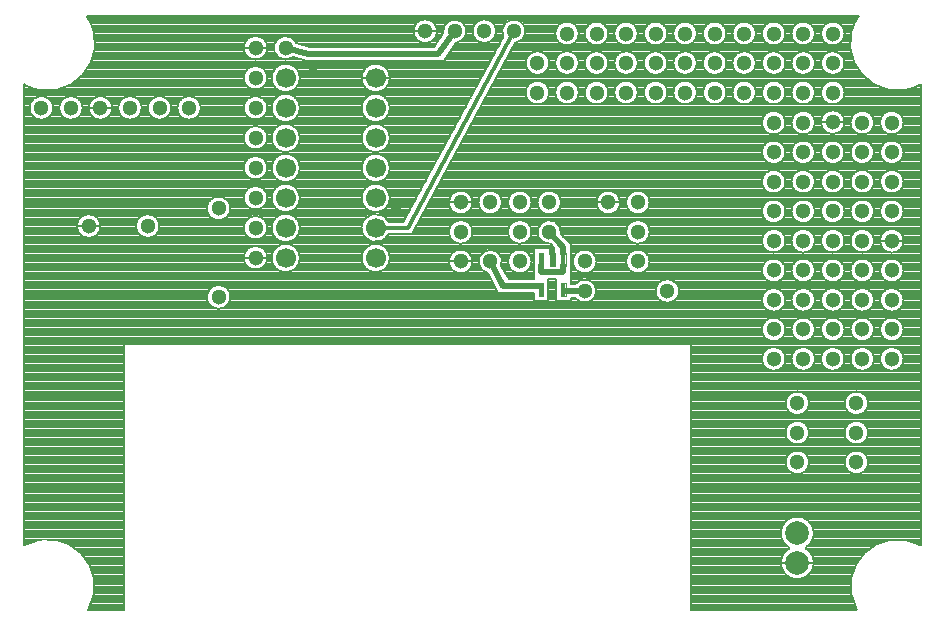
<source format=gtl>
G71*G90*G75*D02*
%ASAXBY*OFA0B0*MOMM*FSLAX43Y43*IPPOS*%
%ADD11C,0.100*%
%ADD12C,0.200*%
%ADD14C,0.300*%
%ADD15C,0.500*%
%ADD17C,0.800*%
%ADD21C,1.300*%
%ADD23C,1.700*%
%ADD26C,2.000*%
G54D21*
G01X94500Y57250D03*
Y54750D03*
Y52250D03*
Y59750D03*
X84500D03*
Y57250D03*
Y54750D03*
Y52250D03*
G54D23*
X43180Y53340D03*
Y55880D03*
Y58420D03*
X50800D03*
Y55880D03*
Y53340D03*
Y50800D03*
X43180D03*
Y66040D03*
Y63500D03*
Y60960D03*
X50800D03*
Y63500D03*
Y66040D03*
G54D21*
X40640D03*
Y63500D03*
Y60960D03*
Y58420D03*
Y55880D03*
Y53340D03*
Y50800D03*
X35000Y63500D03*
X32500D03*
X30000D03*
X27500D03*
X25000D03*
X22500D03*
X26500Y53500D03*
X31500D03*
X86500Y38500D03*
Y36000D03*
Y33500D03*
X91500D03*
Y36000D03*
Y38500D03*
X37500Y47500D03*
Y55000D03*
G54D12*
X28500Y63500D02*
G02X26500Y63500I-1000J0D01*
X28500Y63500I1000J0D01*
G01X26500D02*
X28500D01*
X27500Y53500D02*
G02X25500Y53500I-1000J0D01*
X27500Y53500I1000J0D01*
G01X25500D02*
X27500D01*
X52000Y66040D02*
G02X49600Y66040I-1200J0D01*
X52000Y66040I1200J0D01*
G01X41630Y50810D02*
G02X39630Y50810I-1000J0D01*
X41630Y50810I1000J0D01*
G01X39630D02*
X41630D01*
X85500Y59750D02*
G02X83500Y59750I-1000J0D01*
X85500Y59750I1000J0D01*
G01X95500Y52250D02*
G02X93500Y52250I-1000J0D01*
X95500Y52250I1000J0D01*
G01X93500D02*
X95500D01*
G54D21*
X58000Y55500D03*
X60500D03*
X58000Y53000D03*
X63000D03*
X58000Y50500D03*
X60500D03*
X63000D03*
X65500Y53000D03*
X73000D03*
Y55500D03*
X70500D03*
X68500Y50500D03*
X73000D03*
G54D12*
X61500Y55500D02*
G02X59500Y55500I-1000J0D01*
X61500Y55500I1000J0D01*
G01X71500D02*
G02X69500Y55500I-1000J0D01*
X71500Y55500I1000J0D01*
G01X69500D02*
X71500D01*
X59000Y50500D02*
G02X57000Y50500I-1000J0D01*
X59000Y50500I1000J0D01*
G01X57000D02*
X59000D01*
G54D21*
X43180Y68580D03*
X40640D03*
G54D12*
X41630Y68590D02*
G02X39630Y68590I-1000J0D01*
X41630Y68590I1000J0D01*
G01X39630D02*
X41630D01*
G54D26*
X86500Y25000D03*
Y27500D03*
G54D12*
X85780Y26200D02*
G03X87220Y26200I720J-1200D01*
G01Y26300D02*
G03X85780Y26300I-720J1200D01*
G01X32500Y53500D02*
G02X30500Y53500I-1000J0D01*
X32500Y53500I1000J0D01*
G01X23500Y63500D02*
G02X21500Y63500I-1000J0D01*
X23500Y63500I1000J0D01*
G01X26000D02*
G02X24000Y63500I-1000J0D01*
X26000Y63500I1000J0D01*
G01X31000D02*
G02X29000Y63500I-1000J0D01*
X31000Y63500I1000J0D01*
G01X33500D02*
G02X31500Y63500I-1000J0D01*
X33500Y63500I1000J0D01*
G01X36000D02*
G02X34000Y63500I-1000J0D01*
X36000Y63500I1000J0D01*
G01X38500Y55000D02*
G02X36500Y55000I-1000J0D01*
X38500Y55000I1000J0D01*
G01Y47500D02*
G02X36500Y47500I-1000J0D01*
X38500Y47500I1000J0D01*
G01X59000Y55500D02*
G02X57000Y55500I-1000J0D01*
X59000Y55500I1000J0D01*
G01Y53000D02*
G02X57000Y53000I-1000J0D01*
X59000Y53000I1000J0D01*
G01X74000Y50500D02*
G02X72000Y50500I-1000J0D01*
X74000Y50500I1000J0D01*
G01Y53000D02*
G02X72000Y53000I-1000J0D01*
X74000Y53000I1000J0D01*
G01Y55500D02*
G02X72000Y55500I-1000J0D01*
X74000Y55500I1000J0D01*
G01X85500Y57250D02*
G02X83500Y57250I-1000J0D01*
X85500Y57250I1000J0D01*
G01Y54750D02*
G02X83500Y54750I-1000J0D01*
X85500Y54750I1000J0D01*
G01Y52250D02*
G02X83500Y52250I-1000J0D01*
X85500Y52250I1000J0D01*
G01X95500Y59750D02*
G02X93500Y59750I-1000J0D01*
X95500Y59750I1000J0D01*
G01Y57250D02*
G02X93500Y57250I-1000J0D01*
X95500Y57250I1000J0D01*
G01Y54750D02*
G02X93500Y54750I-1000J0D01*
X95500Y54750I1000J0D01*
G01X87500Y38500D02*
G02X85500Y38500I-1000J0D01*
X87500Y38500I1000J0D01*
G01X92500D02*
G02X90500Y38500I-1000J0D01*
X92500Y38500I1000J0D01*
G01X87500Y36000D02*
G02X85500Y36000I-1000J0D01*
X87500Y36000I1000J0D01*
G01X92500D02*
G02X90500Y36000I-1000J0D01*
X92500Y36000I1000J0D01*
G01X87500Y33500D02*
G02X85500Y33500I-1000J0D01*
X87500Y33500I1000J0D01*
G01X92500D02*
G02X90500Y33500I-1000J0D01*
X92500Y33500I1000J0D01*
G01X41630Y53350D02*
G02X39630Y53350I-1000J0D01*
X41630Y53350I1000J0D01*
G01Y55890D02*
G02X39630Y55890I-1000J0D01*
X41630Y55890I1000J0D01*
G01Y66050D02*
G02X39630Y66050I-1000J0D01*
X41630Y66050I1000J0D01*
G01Y63510D02*
G02X39630Y63510I-1000J0D01*
X41630Y63510I1000J0D01*
G01Y60970D02*
G02X39630Y60970I-1000J0D01*
X41630Y60970I1000J0D01*
G01Y58430D02*
G02X39630Y58430I-1000J0D01*
X41630Y58430I1000J0D01*
G01X49657Y66040D02*
X51943D01*
X52000Y63500D02*
G02X49600Y63500I-1200J0D01*
X52000Y63500I1200J0D01*
G01Y60960D02*
G02X49600Y60960I-1200J0D01*
X52000Y60960I1200J0D01*
G01Y58420D02*
G02X49600Y58420I-1200J0D01*
X52000Y58420I1200J0D01*
G01Y55880D02*
G02X49600Y55880I-1200J0D01*
X52000Y55880I1200J0D01*
G01X44380Y66040D02*
G02X41980Y66040I-1200J0D01*
X44380Y66040I1200J0D01*
G01Y63500D02*
G02X41980Y63500I-1200J0D01*
X44380Y63500I1200J0D01*
G01Y60960D02*
G02X41980Y60960I-1200J0D01*
X44380Y60960I1200J0D01*
G01Y58420D02*
G02X41980Y58420I-1200J0D01*
X44380Y58420I1200J0D01*
G01Y55880D02*
G02X41980Y55880I-1200J0D01*
X44380Y55880I1200J0D01*
G01Y53340D02*
G02X41980Y53340I-1200J0D01*
X44380Y53340I1200J0D01*
G01Y50800D02*
G02X41980Y50800I-1200J0D01*
X44380Y50800I1200J0D01*
G01X52000D02*
G02X49600Y50800I-1200J0D01*
X52000Y50800I1200J0D01*
G54D21*
G01X63000Y55500D03*
X65500D03*
G54D12*
X64000D02*
G02X62000Y55500I-1000J0D01*
X64000Y55500I1000J0D01*
G01X66500D02*
G02X64500Y55500I-1000J0D01*
X66500Y55500I1000J0D01*
G54D17*
G01X52500Y55000D03*
X45500Y66500D03*
G54D12*
X85100Y25000D02*
X87900D01*
X85780Y26300D02*
Y26200D01*
X87220Y26300D02*
Y26200D01*
G54D21*
X89500Y62300D03*
G54D12*
X90500D02*
G02X88500Y62300I-1000J0D01*
X90500Y62300I1000J0D01*
G01X88500D02*
X90500D01*
G54D21*
X89500Y52250D03*
G54D12*
X90500D02*
G02X88500Y52250I-1000J0D01*
X90500Y52250I1000J0D01*
G54D21*
G01X87000Y59750D03*
G54D12*
X88000D02*
G02X86000Y59750I-1000J0D01*
X88000Y59750I1000J0D01*
G54D21*
G01X89500D03*
G54D12*
X90500D02*
G02X88500Y59750I-1000J0D01*
X90500Y59750I1000J0D01*
G54D21*
G01X92000D03*
G54D12*
X93000D02*
G02X91000Y59750I-1000J0D01*
X93000Y59750I1000J0D01*
G54D21*
G01X87000Y62250D03*
G54D12*
X88000D02*
G02X86000Y62250I-1000J0D01*
X88000Y62250I1000J0D01*
G54D21*
G01X84500D03*
G54D12*
X85500D02*
G02X83500Y62250I-1000J0D01*
X85500Y62250I1000J0D01*
G54D21*
G01X92000D03*
G54D12*
X93000D02*
G02X91000Y62250I-1000J0D01*
X93000Y62250I1000J0D01*
G54D21*
G01X94500D03*
G54D12*
X95500D02*
G02X93500Y62250I-1000J0D01*
X95500Y62250I1000J0D01*
G54D21*
G01X87000Y57250D03*
G54D12*
X88000D02*
G02X86000Y57250I-1000J0D01*
X88000Y57250I1000J0D01*
G54D21*
G01X89500D03*
G54D12*
X90500D02*
G02X88500Y57250I-1000J0D01*
X90500Y57250I1000J0D01*
G54D21*
G01X92000D03*
G54D12*
X93000D02*
G02X91000Y57250I-1000J0D01*
X93000Y57250I1000J0D01*
G54D21*
G01X87000Y54750D03*
G54D12*
X88000D02*
G02X86000Y54750I-1000J0D01*
X88000Y54750I1000J0D01*
G54D21*
G01X89500D03*
G54D12*
X90500D02*
G02X88500Y54750I-1000J0D01*
X90500Y54750I1000J0D01*
G54D21*
G01X92000D03*
G54D12*
X93000D02*
G02X91000Y54750I-1000J0D01*
X93000Y54750I1000J0D01*
G54D21*
G01X92000Y52250D03*
G54D12*
X93000D02*
G02X91000Y52250I-1000J0D01*
X93000Y52250I1000J0D01*
G54D21*
G01X84500Y49750D03*
G54D12*
X85500D02*
G02X83500Y49750I-1000J0D01*
X85500Y49750I1000J0D01*
G54D21*
G01X87000D03*
G54D12*
X88000D02*
G02X86000Y49750I-1000J0D01*
X88000Y49750I1000J0D01*
G54D21*
G01X89500D03*
G54D12*
X90500D02*
G02X88500Y49750I-1000J0D01*
X90500Y49750I1000J0D01*
G54D21*
G01X92000D03*
G54D12*
X93000D02*
G02X91000Y49750I-1000J0D01*
X93000Y49750I1000J0D01*
G54D21*
G01X94500D03*
G54D12*
X95500D02*
G02X93500Y49750I-1000J0D01*
X95500Y49750I1000J0D01*
G54D21*
G01X87000Y52250D03*
G54D12*
X88000D02*
G02X86000Y52250I-1000J0D01*
X88000Y52250I1000J0D01*
G01X59000Y55500D02*
X57000D01*
G54D21*
X55000Y70000D03*
G54D12*
X56000D02*
G02X54000Y70000I-1000J0D01*
X56000Y70000I1000J0D01*
G54D21*
G01X57500D03*
X60000D03*
G54D12*
X61000D02*
G02X59000Y70000I-1000J0D01*
X61000Y70000I1000J0D01*
G54D21*
G01X62500D03*
G54D12*
X56000D02*
X54000D01*
G54D14*
X53500Y53300D02*
X62500Y70000D01*
G54D15*
X56100Y68100D02*
X57500Y70000D01*
X43180Y68580D02*
X45100Y68100D01*
X56100D01*
G54D12*
X44085Y68993D02*
G03X43779Y67797I-915J-403D01*
G01X45200Y68700D02*
X44085Y68993D01*
X45000Y67500D02*
X43779Y67797D01*
X51890Y53841D02*
G03X51856Y52770I-1090J-501D01*
G01X51890Y53841D02*
X51900Y53800D01*
X53900Y52800D02*
X51900D01*
X51856Y52770D01*
G54D14*
X50800Y53340D02*
X51600Y53300D01*
X53500D01*
G54D21*
X87000Y64800D03*
G54D12*
X88000D02*
G02X86000Y64800I-1000J0D01*
X88000Y64800I1000J0D01*
G54D21*
G01X84500D03*
G54D12*
X85500D02*
G02X83500Y64800I-1000J0D01*
X85500Y64800I1000J0D01*
G54D21*
G01X87000Y67300D03*
G54D12*
X88000D02*
G02X86000Y67300I-1000J0D01*
X88000Y67300I1000J0D01*
G54D21*
G01X87000Y69800D03*
G54D12*
X88000D02*
G02X86000Y69800I-1000J0D01*
X88000Y69800I1000J0D01*
G54D21*
G01X84500Y67300D03*
G54D12*
X85500D02*
G02X83500Y67300I-1000J0D01*
X85500Y67300I1000J0D01*
G54D21*
G01X84500Y69800D03*
G54D12*
X85500D02*
G02X83500Y69800I-1000J0D01*
X85500Y69800I1000J0D01*
G54D21*
G01X82000Y67300D03*
G54D12*
X83000D02*
G02X81000Y67300I-1000J0D01*
X83000Y67300I1000J0D01*
G54D21*
G01X82000Y69800D03*
G54D12*
X83000D02*
G02X81000Y69800I-1000J0D01*
X83000Y69800I1000J0D01*
G54D21*
G01X82000Y64800D03*
G54D12*
X83000D02*
G02X81000Y64800I-1000J0D01*
X83000Y64800I1000J0D01*
G54D21*
G01X79500D03*
G54D12*
X80500D02*
G02X78500Y64800I-1000J0D01*
X80500Y64800I1000J0D01*
G54D21*
G01X79500Y67300D03*
G54D12*
X80500D02*
G02X78500Y67300I-1000J0D01*
X80500Y67300I1000J0D01*
G54D21*
G01X79500Y69800D03*
G54D12*
X80500D02*
G02X78500Y69800I-1000J0D01*
X80500Y69800I1000J0D01*
G54D21*
G01X77000Y64800D03*
G54D12*
X78000D02*
G02X76000Y64800I-1000J0D01*
X78000Y64800I1000J0D01*
G54D21*
G01X77000Y67300D03*
G54D12*
X78000D02*
G02X76000Y67300I-1000J0D01*
X78000Y67300I1000J0D01*
G54D21*
G01X77000Y69800D03*
G54D12*
X78000D02*
G02X76000Y69800I-1000J0D01*
X78000Y69800I1000J0D01*
G54D21*
G01X74500D03*
G54D12*
X75500D02*
G02X73500Y69800I-1000J0D01*
X75500Y69800I1000J0D01*
G54D21*
G01X74500Y67300D03*
G54D12*
X75500D02*
G02X73500Y67300I-1000J0D01*
X75500Y67300I1000J0D01*
G54D21*
G01X74500Y64800D03*
G54D12*
X75500D02*
G02X73500Y64800I-1000J0D01*
X75500Y64800I1000J0D01*
G54D21*
G01X72000D03*
G54D12*
X73000D02*
G02X71000Y64800I-1000J0D01*
X73000Y64800I1000J0D01*
G54D21*
G01X72000Y67300D03*
G54D12*
X73000D02*
G02X71000Y67300I-1000J0D01*
X73000Y67300I1000J0D01*
G54D21*
G01X72000Y69800D03*
G54D12*
X73000D02*
G02X71000Y69800I-1000J0D01*
X73000Y69800I1000J0D01*
G54D21*
G01X69500D03*
G54D12*
X70500D02*
G02X68500Y69800I-1000J0D01*
X70500Y69800I1000J0D01*
G54D21*
G01X69500Y67300D03*
G54D12*
X70500D02*
G02X68500Y67300I-1000J0D01*
X70500Y67300I1000J0D01*
G54D21*
G01X69500Y64800D03*
G54D12*
X70500D02*
G02X68500Y64800I-1000J0D01*
X70500Y64800I1000J0D01*
G54D21*
G01X67000D03*
G54D12*
X68000D02*
G02X66000Y64800I-1000J0D01*
X68000Y64800I1000J0D01*
G54D21*
G01X67000Y67300D03*
G54D12*
X68000D02*
G02X66000Y67300I-1000J0D01*
X68000Y67300I1000J0D01*
G54D21*
G01X67000Y69800D03*
G54D12*
X68000D02*
G02X66000Y69800I-1000J0D01*
X68000Y69800I1000J0D01*
G54D21*
G01X64500Y67300D03*
G54D12*
X65500D02*
G02X63500Y67300I-1000J0D01*
X65500Y67300I1000J0D01*
G54D21*
G01X64500Y64800D03*
G54D12*
X65500D02*
G02X63500Y64800I-1000J0D01*
X65500Y64800I1000J0D01*
G54D21*
G01X89500Y69800D03*
G54D12*
X90500D02*
G02X88500Y69800I-1000J0D01*
X90500Y69800I1000J0D01*
G54D21*
G01X89500Y67300D03*
G54D12*
X90500D02*
G02X88500Y67300I-1000J0D01*
X90500Y67300I1000J0D01*
G54D21*
G01X89500Y64800D03*
G54D12*
X90500D02*
G02X88500Y64800I-1000J0D01*
X90500Y64800I1000J0D01*
G54D21*
G01X84500Y47250D03*
G54D12*
X85500D02*
G02X83500Y47250I-1000J0D01*
X85500Y47250I1000J0D01*
G54D21*
G01X87000D03*
G54D12*
X88000D02*
G02X86000Y47250I-1000J0D01*
X88000Y47250I1000J0D01*
G54D21*
G01X89500D03*
G54D12*
X90500D02*
G02X88500Y47250I-1000J0D01*
X90500Y47250I1000J0D01*
G54D21*
G01X92000D03*
G54D12*
X93000D02*
G02X91000Y47250I-1000J0D01*
X93000Y47250I1000J0D01*
G54D21*
G01X94500D03*
G54D12*
X95500D02*
G02X93500Y47250I-1000J0D01*
X95500Y47250I1000J0D01*
G54D21*
G01X84500Y44750D03*
G54D12*
X85500D02*
G02X83500Y44750I-1000J0D01*
X85500Y44750I1000J0D01*
G54D21*
G01X87000D03*
G54D12*
X88000D02*
G02X86000Y44750I-1000J0D01*
X88000Y44750I1000J0D01*
G54D21*
G01X89500D03*
G54D12*
X90500D02*
G02X88500Y44750I-1000J0D01*
X90500Y44750I1000J0D01*
G54D21*
G01X92000D03*
G54D12*
X93000D02*
G02X91000Y44750I-1000J0D01*
X93000Y44750I1000J0D01*
G54D21*
G01X94500D03*
G54D12*
X95500D02*
G02X93500Y44750I-1000J0D01*
X95500Y44750I1000J0D01*
G54D21*
G01X84500Y42250D03*
G54D12*
X85500D02*
G02X83500Y42250I-1000J0D01*
X85500Y42250I1000J0D01*
G54D21*
G01X87000D03*
G54D12*
X88000D02*
G02X86000Y42250I-1000J0D01*
X88000Y42250I1000J0D01*
G54D21*
G01X89500D03*
G54D12*
X90500D02*
G02X88500Y42250I-1000J0D01*
X90500Y42250I1000J0D01*
G54D21*
G01X92000D03*
G54D12*
X93000D02*
G02X91000Y42250I-1000J0D01*
X93000Y42250I1000J0D01*
G54D21*
G01X94500D03*
G54D12*
X95500D02*
G02X93500Y42250I-1000J0D01*
X95500Y42250I1000J0D01*
G54D11*
G01X64600Y47550D02*
Y48650D01*
X65000D01*
Y47550D01*
X64600D01*
X64695D02*
Y48650D01*
X64790Y47550D02*
Y48650D01*
X64885Y47550D02*
Y48650D01*
X64980Y47550D02*
Y48650D01*
X66500Y47550D02*
Y48650D01*
X66900D01*
Y47550D01*
X66500D01*
X66595D02*
Y48650D01*
X66690Y47550D02*
Y48650D01*
X66785Y47550D02*
Y48650D01*
X66880Y47550D02*
Y48650D01*
G54D12*
X69500Y50500D02*
G02X67500Y50500I-1000J0D01*
X69500Y50500I1000J0D01*
G01X65400Y47150D02*
X64200D01*
X67300D02*
X66100D01*
X64000Y53000D02*
G02X62000Y53000I-1000J0D01*
X64000Y53000I1000J0D01*
G01Y50500D02*
G02X62000Y50500I-1000J0D01*
X64000Y50500I1000J0D01*
G01X61436Y50149D02*
G03X60304Y49519I-936J351D01*
G54D11*
G01X64600Y50150D02*
Y51250D01*
X65000D01*
Y50150D01*
X64600D01*
X64695D02*
Y51250D01*
X64790Y50150D02*
Y51250D01*
X64885Y50150D02*
Y51250D01*
X64980Y50150D02*
Y51250D01*
X66500Y50150D02*
Y51250D01*
X66900D01*
Y50150D01*
X66500D01*
X66595D02*
Y51250D01*
X66690Y50150D02*
Y51250D01*
X66785Y50150D02*
Y51250D01*
X66880Y50150D02*
Y51250D01*
X65550Y50150D02*
Y51250D01*
X65950D01*
Y50150D01*
X65550D01*
X65645D02*
Y51250D01*
X65740Y50150D02*
Y51250D01*
X65835Y50150D02*
Y51250D01*
X65930Y50150D02*
Y51250D01*
G54D15*
X66700Y51700D02*
X65500Y53000D01*
G54D12*
X65900Y51650D02*
X64200D01*
X65605Y52005D02*
X65900Y51650D01*
G54D15*
X60500Y50500D02*
X61600Y48400D01*
X64800D01*
G54D12*
X64200Y47150D02*
Y47800D01*
X60304Y49519D02*
X61200Y47800D01*
X64200D02*
X61200D01*
X62100Y49000D02*
X61436Y50149D01*
X62100Y49000D02*
X64200D01*
G54D21*
X68500Y48000D03*
X75500D03*
G54D12*
X76500D02*
G02X74500Y48000I-1000J0D01*
X76500Y48000I1000J0D01*
G54D15*
G01X68500D02*
X66900D01*
G54D12*
X67700Y48600D02*
G02X67700Y47400I800J-600D01*
G01X67300D02*
Y47150D01*
X67700Y47400D02*
X67300D01*
Y48600D02*
X67700D01*
G54D15*
X66700Y49600D02*
X64800D01*
Y50200D01*
X66700D02*
Y49600D01*
X65750Y51550D02*
Y51100D01*
X66700D02*
Y51700D01*
G54D12*
X64200Y49000D02*
Y49800D01*
Y51650D02*
Y49800D01*
X65400Y49000D02*
Y47150D01*
X66100D02*
Y49000D01*
X65400D01*
X67300Y49800D02*
Y48600D01*
Y52000D02*
Y49800D01*
X65605Y52005D02*
G02X66484Y52821I-105J995D01*
G01X67300Y52000D01*
X62600Y69005D02*
X53900Y52800D01*
X62600Y69005D02*
G03X61626Y69514I-100J995D01*
G01X61500Y69300D02*
X61626Y69514D01*
X51900Y53800D02*
X53100D01*
X61500Y69300D01*
X56600Y67500D02*
X45000D01*
X57600Y69005D02*
X56600Y67500D01*
X45200Y68700D02*
X55700D01*
X56519Y69804D02*
G02X57600Y69005I981J196D01*
G01X55700Y68700D02*
X56519Y69804D01*
X97000Y26500D03*
X77500Y39500D02*
Y21000D01*
Y43500D02*
Y39500D01*
X29500Y43500D02*
X77500D01*
X29500Y21000D02*
Y43500D01*
X26500Y21000D02*
X29500D01*
X26500D02*
X26466Y21019D01*
G03X21052Y26485I-3466J1981D01*
G01X21000Y26500D02*
X21052Y26485D01*
X21000Y65500D02*
Y26500D01*
Y65500D02*
X21074Y65453D01*
G03X26343Y71261I1926J3547D01*
G01X26400Y71300D02*
X26343Y71261D01*
X26400Y71300D02*
X91600D01*
X91685Y71279D01*
G03X96962Y65489I3315J-2279D01*
G01X97000Y65500D02*
X96962Y65489D01*
X97000Y26500D02*
Y65500D01*
X77500Y21000D02*
X91100D01*
X91500D01*
X91520Y21067D01*
G02X96975Y26457I3480J1933D01*
G01X97000Y26500D02*
X96975Y26457D01*
X60304Y49519D02*
X61200Y47800D01*
X60304Y49519D02*
G02X61436Y50149I196J981D01*
G01X62100Y49000D02*
X61436Y50149D01*
X62100Y49000D02*
X64200D01*
Y49800D01*
Y51650D02*
Y49800D01*
X65900Y51650D02*
X64200D01*
X65605Y52005D02*
X65900Y51650D01*
X65605Y52005D02*
G02X66484Y52821I-105J995D01*
G01X67300Y52000D01*
Y49800D01*
Y48600D01*
X67700D01*
G02X67700Y47400I800J-600D01*
G01X67300D01*
Y47150D01*
X66100D01*
Y49000D01*
X65400D01*
Y47150D01*
X64200D01*
Y47800D01*
X61200D01*
X53100Y53800D02*
X61500Y69300D01*
X51900Y53800D02*
X53100D01*
X51890Y53841D02*
X51900Y53800D01*
X51890Y53841D02*
G03X51856Y52770I-1090J-501D01*
G01X51900Y52800D02*
X51856Y52770D01*
X53900Y52800D02*
X51900D01*
X62600Y69005D02*
X53900Y52800D01*
X62600Y69005D02*
G03X61626Y69514I-100J995D01*
G01X61500Y69300D02*
X61626Y69514D01*
X56600Y67500D02*
X45000D01*
X57600Y69005D02*
X56600Y67500D01*
X57600Y69005D02*
G03X56519Y69804I-100J995D01*
G01X55700Y68700D02*
X56519Y69804D01*
X45200Y68700D02*
X55700D01*
X45200D02*
X44085Y68993D01*
G03X43779Y67797I-915J-403D01*
G01X45000Y67500D02*
X43779Y67797D01*
X23500Y63500D02*
G02X21500Y63500I-1000J0D01*
X23500Y63500I1000J0D01*
G01X26000D02*
G02X24000Y63500I-1000J0D01*
X26000Y63500I1000J0D01*
G01X28500D02*
G02X26500Y63500I-1000J0D01*
X28500Y63500I1000J0D01*
G01X31000D02*
G02X29000Y63500I-1000J0D01*
X31000Y63500I1000J0D01*
G01X33500D02*
G02X31500Y63500I-1000J0D01*
X33500Y63500I1000J0D01*
G01X36000D02*
G02X34000Y63500I-1000J0D01*
X36000Y63500I1000J0D01*
G01X27500Y53500D02*
G02X25500Y53500I-1000J0D01*
X27500Y53500I1000J0D01*
G01X32500D02*
G02X30500Y53500I-1000J0D01*
X32500Y53500I1000J0D01*
G01X38500Y55000D02*
G02X36500Y55000I-1000J0D01*
X38500Y55000I1000J0D01*
G01Y47500D02*
G02X36500Y47500I-1000J0D01*
X38500Y47500I1000J0D01*
G01X41630Y50810D02*
G02X39630Y50810I-1000J0D01*
X41630Y50810I1000J0D01*
G01X44380Y50800D02*
G02X41980Y50800I-1200J0D01*
X44380Y50800I1200J0D01*
G01X41630Y53350D02*
G02X39630Y53350I-1000J0D01*
X41630Y53350I1000J0D01*
G01X44380Y53340D02*
G02X41980Y53340I-1200J0D01*
X44380Y53340I1200J0D01*
G01X41630Y55890D02*
G02X39630Y55890I-1000J0D01*
X41630Y55890I1000J0D01*
G01X44380Y55880D02*
G02X41980Y55880I-1200J0D01*
X44380Y55880I1200J0D01*
G01X41630Y58430D02*
G02X39630Y58430I-1000J0D01*
X41630Y58430I1000J0D01*
G01X44380Y58420D02*
G02X41980Y58420I-1200J0D01*
X44380Y58420I1200J0D01*
G01X41630Y60970D02*
G02X39630Y60970I-1000J0D01*
X41630Y60970I1000J0D01*
G01X44380Y60960D02*
G02X41980Y60960I-1200J0D01*
X44380Y60960I1200J0D01*
G01X41630Y63510D02*
G02X39630Y63510I-1000J0D01*
X41630Y63510I1000J0D01*
G01X44380Y63500D02*
G02X41980Y63500I-1200J0D01*
X44380Y63500I1200J0D01*
G01X41630Y66050D02*
G02X39630Y66050I-1000J0D01*
X41630Y66050I1000J0D01*
G01X44380Y66040D02*
G02X41980Y66040I-1200J0D01*
X44380Y66040I1200J0D01*
G01X41630Y68590D02*
G02X39630Y68590I-1000J0D01*
X41630Y68590I1000J0D01*
G01X66500Y55500D02*
G02X64500Y55500I-1000J0D01*
X66500Y55500I1000J0D01*
G01X64000D02*
G02X62000Y55500I-1000J0D01*
X64000Y55500I1000J0D01*
G01Y53000D02*
G02X62000Y53000I-1000J0D01*
X64000Y53000I1000J0D01*
G01Y50500D02*
G02X62000Y50500I-1000J0D01*
X64000Y50500I1000J0D01*
G01X61500Y55500D02*
G02X59500Y55500I-1000J0D01*
X61500Y55500I1000J0D01*
G01X59000D02*
G02X57000Y55500I-1000J0D01*
X59000Y55500I1000J0D01*
G01Y53000D02*
G02X57000Y53000I-1000J0D01*
X59000Y53000I1000J0D01*
G01Y50500D02*
G02X57000Y50500I-1000J0D01*
X59000Y50500I1000J0D01*
G01X52000Y50800D02*
G02X49600Y50800I-1200J0D01*
X52000Y50800I1200J0D01*
G01Y55880D02*
G02X49600Y55880I-1200J0D01*
X52000Y55880I1200J0D01*
G01Y58420D02*
G02X49600Y58420I-1200J0D01*
X52000Y58420I1200J0D01*
G01Y60960D02*
G02X49600Y60960I-1200J0D01*
X52000Y60960I1200J0D01*
G01X56000Y70000D02*
G02X54000Y70000I-1000J0D01*
X56000Y70000I1000J0D01*
G01X61000D02*
G02X59000Y70000I-1000J0D01*
X61000Y70000I1000J0D01*
G01X52000Y66040D02*
G02X49600Y66040I-1200J0D01*
X52000Y66040I1200J0D01*
G01Y63500D02*
G02X49600Y63500I-1200J0D01*
X52000Y63500I1200J0D01*
G01X65500Y67300D02*
G02X63500Y67300I-1000J0D01*
X65500Y67300I1000J0D01*
G01Y64800D02*
G02X63500Y64800I-1000J0D01*
X65500Y64800I1000J0D01*
G01X68000D02*
G02X66000Y64800I-1000J0D01*
X68000Y64800I1000J0D01*
G01Y67300D02*
G02X66000Y67300I-1000J0D01*
X68000Y67300I1000J0D01*
G01Y69800D02*
G02X66000Y69800I-1000J0D01*
X68000Y69800I1000J0D01*
G01X76500Y48000D02*
G02X74500Y48000I-1000J0D01*
X76500Y48000I1000J0D01*
G01X74000Y50500D02*
G02X72000Y50500I-1000J0D01*
X74000Y50500I1000J0D01*
G01X69500D02*
G02X67500Y50500I-1000J0D01*
X69500Y50500I1000J0D01*
G01X74000Y53000D02*
G02X72000Y53000I-1000J0D01*
X74000Y53000I1000J0D01*
G01Y55500D02*
G02X72000Y55500I-1000J0D01*
X74000Y55500I1000J0D01*
G01X71500D02*
G02X69500Y55500I-1000J0D01*
X71500Y55500I1000J0D01*
G01X70500Y69800D02*
G02X68500Y69800I-1000J0D01*
X70500Y69800I1000J0D01*
G01X73000D02*
G02X71000Y69800I-1000J0D01*
X73000Y69800I1000J0D01*
G01X70500Y67300D02*
G02X68500Y67300I-1000J0D01*
X70500Y67300I1000J0D01*
G01X73000D02*
G02X71000Y67300I-1000J0D01*
X73000Y67300I1000J0D01*
G01X70500Y64800D02*
G02X68500Y64800I-1000J0D01*
X70500Y64800I1000J0D01*
G01X73000D02*
G02X71000Y64800I-1000J0D01*
X73000Y64800I1000J0D01*
G01X75500D02*
G02X73500Y64800I-1000J0D01*
X75500Y64800I1000J0D01*
G01Y67300D02*
G02X73500Y67300I-1000J0D01*
X75500Y67300I1000J0D01*
G01Y69800D02*
G02X73500Y69800I-1000J0D01*
X75500Y69800I1000J0D01*
G01X78000D02*
G02X76000Y69800I-1000J0D01*
X78000Y69800I1000J0D01*
G01Y67300D02*
G02X76000Y67300I-1000J0D01*
X78000Y67300I1000J0D01*
G01Y64800D02*
G02X76000Y64800I-1000J0D01*
X78000Y64800I1000J0D01*
G01X80500D02*
G02X78500Y64800I-1000J0D01*
X80500Y64800I1000J0D01*
G01Y67300D02*
G02X78500Y67300I-1000J0D01*
X80500Y67300I1000J0D01*
G01Y69800D02*
G02X78500Y69800I-1000J0D01*
X80500Y69800I1000J0D01*
G01X83000D02*
G02X81000Y69800I-1000J0D01*
X83000Y69800I1000J0D01*
G01Y67300D02*
G02X81000Y67300I-1000J0D01*
X83000Y67300I1000J0D01*
G01Y64800D02*
G02X81000Y64800I-1000J0D01*
X83000Y64800I1000J0D01*
G01X85500D02*
G02X83500Y64800I-1000J0D01*
X85500Y64800I1000J0D01*
G01Y67300D02*
G02X83500Y67300I-1000J0D01*
X85500Y67300I1000J0D01*
G01Y69800D02*
G02X83500Y69800I-1000J0D01*
X85500Y69800I1000J0D01*
G01X88000D02*
G02X86000Y69800I-1000J0D01*
X88000Y69800I1000J0D01*
G01X90500D02*
G02X88500Y69800I-1000J0D01*
X90500Y69800I1000J0D01*
G01X88000Y67300D02*
G02X86000Y67300I-1000J0D01*
X88000Y67300I1000J0D01*
G01X90500D02*
G02X88500Y67300I-1000J0D01*
X90500Y67300I1000J0D01*
G01X88000Y64800D02*
G02X86000Y64800I-1000J0D01*
X88000Y64800I1000J0D01*
G01X90500D02*
G02X88500Y64800I-1000J0D01*
X90500Y64800I1000J0D01*
G01X85500Y62250D02*
G02X83500Y62250I-1000J0D01*
X85500Y62250I1000J0D01*
G01Y59750D02*
G02X83500Y59750I-1000J0D01*
X85500Y59750I1000J0D01*
G01X88000Y62250D02*
G02X86000Y62250I-1000J0D01*
X88000Y62250I1000J0D01*
G01Y59750D02*
G02X86000Y59750I-1000J0D01*
X88000Y59750I1000J0D01*
G01X90500Y62300D02*
G02X88500Y62300I-1000J0D01*
X90500Y62300I1000J0D01*
G01X93000Y62250D02*
G02X91000Y62250I-1000J0D01*
X93000Y62250I1000J0D01*
G01X90500Y59750D02*
G02X88500Y59750I-1000J0D01*
X90500Y59750I1000J0D01*
G01X93000D02*
G02X91000Y59750I-1000J0D01*
X93000Y59750I1000J0D01*
G01X95500Y62250D02*
G02X93500Y62250I-1000J0D01*
X95500Y62250I1000J0D01*
G01Y59750D02*
G02X93500Y59750I-1000J0D01*
X95500Y59750I1000J0D01*
G01Y57250D02*
G02X93500Y57250I-1000J0D01*
X95500Y57250I1000J0D01*
G01X93000D02*
G02X91000Y57250I-1000J0D01*
X93000Y57250I1000J0D01*
G01X95500Y54750D02*
G02X93500Y54750I-1000J0D01*
X95500Y54750I1000J0D01*
G01X93000D02*
G02X91000Y54750I-1000J0D01*
X93000Y54750I1000J0D01*
G01X90500Y57250D02*
G02X88500Y57250I-1000J0D01*
X90500Y57250I1000J0D01*
G01X88000D02*
G02X86000Y57250I-1000J0D01*
X88000Y57250I1000J0D01*
G01X90500Y54750D02*
G02X88500Y54750I-1000J0D01*
X90500Y54750I1000J0D01*
G01X88000D02*
G02X86000Y54750I-1000J0D01*
X88000Y54750I1000J0D01*
G01X85500Y57250D02*
G02X83500Y57250I-1000J0D01*
X85500Y57250I1000J0D01*
G01Y54750D02*
G02X83500Y54750I-1000J0D01*
X85500Y54750I1000J0D01*
G01X95500Y52250D02*
G02X93500Y52250I-1000J0D01*
X95500Y52250I1000J0D01*
G01X93000D02*
G02X91000Y52250I-1000J0D01*
X93000Y52250I1000J0D01*
G01X95500Y49750D02*
G02X93500Y49750I-1000J0D01*
X95500Y49750I1000J0D01*
G01X93000D02*
G02X91000Y49750I-1000J0D01*
X93000Y49750I1000J0D01*
G01X90500Y52250D02*
G02X88500Y52250I-1000J0D01*
X90500Y52250I1000J0D01*
G01X88000D02*
G02X86000Y52250I-1000J0D01*
X88000Y52250I1000J0D01*
G01X90500Y49750D02*
G02X88500Y49750I-1000J0D01*
X90500Y49750I1000J0D01*
G01X88000D02*
G02X86000Y49750I-1000J0D01*
X88000Y49750I1000J0D01*
G01X85500Y52250D02*
G02X83500Y52250I-1000J0D01*
X85500Y52250I1000J0D01*
G01Y49750D02*
G02X83500Y49750I-1000J0D01*
X85500Y49750I1000J0D01*
G01Y47250D02*
G02X83500Y47250I-1000J0D01*
X85500Y47250I1000J0D01*
G01Y44750D02*
G02X83500Y44750I-1000J0D01*
X85500Y44750I1000J0D01*
G01X88000D02*
G02X86000Y44750I-1000J0D01*
X88000Y44750I1000J0D01*
G01Y47250D02*
G02X86000Y47250I-1000J0D01*
X88000Y47250I1000J0D01*
G01X90500D02*
G02X88500Y47250I-1000J0D01*
X90500Y47250I1000J0D01*
G01X93000D02*
G02X91000Y47250I-1000J0D01*
X93000Y47250I1000J0D01*
G01X90500Y44750D02*
G02X88500Y44750I-1000J0D01*
X90500Y44750I1000J0D01*
G01X93000D02*
G02X91000Y44750I-1000J0D01*
X93000Y44750I1000J0D01*
G01X95500Y47250D02*
G02X93500Y47250I-1000J0D01*
X95500Y47250I1000J0D01*
G01Y44750D02*
G02X93500Y44750I-1000J0D01*
X95500Y44750I1000J0D01*
G01Y42250D02*
G02X93500Y42250I-1000J0D01*
X95500Y42250I1000J0D01*
G01X93000D02*
G02X91000Y42250I-1000J0D01*
X93000Y42250I1000J0D01*
G01X90500D02*
G02X88500Y42250I-1000J0D01*
X90500Y42250I1000J0D01*
G01X88000D02*
G02X86000Y42250I-1000J0D01*
X88000Y42250I1000J0D01*
G01X85500D02*
G02X83500Y42250I-1000J0D01*
X85500Y42250I1000J0D01*
G01X87500Y38500D02*
G02X85500Y38500I-1000J0D01*
X87500Y38500I1000J0D01*
G01X92500D02*
G02X90500Y38500I-1000J0D01*
X92500Y38500I1000J0D01*
G01Y36000D02*
G02X90500Y36000I-1000J0D01*
X92500Y36000I1000J0D01*
G01X87500D02*
G02X85500Y36000I-1000J0D01*
X87500Y36000I1000J0D01*
G01X92500Y33500D02*
G02X90500Y33500I-1000J0D01*
X92500Y33500I1000J0D01*
G01X87500D02*
G02X85500Y33500I-1000J0D01*
X87500Y33500I1000J0D01*
G01X87220Y26300D02*
G03X85780Y26300I-720J1200D01*
G01X87220D02*
Y26200D01*
G02X85780Y26200I-720J-1200D01*
G01Y26300D02*
Y26200D01*
X26490Y21061D02*
X29500D01*
X77500D02*
X91518D01*
X26589Y21251D02*
X29500D01*
X77500D02*
X91423D01*
X26676Y21441D02*
X29500D01*
X77500D02*
X91337D01*
X26751Y21631D02*
X29500D01*
X77500D02*
X91262D01*
X26814Y21821D02*
X29500D01*
X77500D02*
X91197D01*
X26868Y22011D02*
X29500D01*
X77500D02*
X91144D01*
X26912Y22201D02*
X29500D01*
X77500D02*
X91100D01*
X26946Y22391D02*
X29500D01*
X77500D02*
X91066D01*
X26970Y22581D02*
X29500D01*
X77500D02*
X91041D01*
X26986Y22771D02*
X29500D01*
X77500D02*
X91025D01*
X26992Y22961D02*
X29500D01*
X77500D02*
X91019D01*
X26990Y23151D02*
X29500D01*
X77500D02*
X91022D01*
X26978Y23341D02*
X29500D01*
X77500D02*
X91033D01*
X26957Y23531D02*
X29500D01*
X77500D02*
X91054D01*
X26927Y23721D02*
X29500D01*
X77500D02*
X85930D01*
X87070D02*
X91085D01*
X26887Y23911D02*
X29500D01*
X77500D02*
X85620D01*
X87380D02*
X91124D01*
X26838Y24101D02*
X29500D01*
X77500D02*
X85427D01*
X87573D02*
X91174D01*
X26778Y24291D02*
X29500D01*
X77500D02*
X85293D01*
X87707D02*
X91234D01*
X26708Y24481D02*
X29500D01*
X77500D02*
X85200D01*
X87800D02*
X91305D01*
X26626Y24671D02*
X29500D01*
X77500D02*
X85139D01*
X87861D02*
X91387D01*
X26532Y24861D02*
X29500D01*
X77500D02*
X85107D01*
X87893D02*
X91481D01*
X26425Y25051D02*
X29500D01*
X77500D02*
X85101D01*
X87899D02*
X91588D01*
X26304Y25241D02*
X29500D01*
X77500D02*
X85121D01*
X87879D02*
X91710D01*
X26167Y25431D02*
X29500D01*
X77500D02*
X85168D01*
X87832D02*
X91847D01*
X26012Y25621D02*
X29500D01*
X77500D02*
X85245D01*
X87755D02*
X92003D01*
X25835Y25811D02*
X29500D01*
X77500D02*
X85359D01*
X87641D02*
X92181D01*
X25633Y26001D02*
X29500D01*
X77500D02*
X85521D01*
X87479D02*
X92384D01*
X25399Y26191D02*
X29500D01*
X77500D02*
X85764D01*
X87236D02*
X92620D01*
X25123Y26381D02*
X29500D01*
X77500D02*
X85658D01*
X87342D02*
X92898D01*
X21000Y26571D02*
X21215D01*
X24785D02*
X29500D01*
X77500D02*
X85452D01*
X87548D02*
X93240D01*
X96760D02*
X97000D01*
X21000Y26761D02*
X21661D01*
X24339D02*
X29500D01*
X77500D02*
X85311D01*
X87689D02*
X93695D01*
X96305D02*
X97000D01*
X21000Y26951D02*
X22427D01*
X23573D02*
X29500D01*
X77500D02*
X85212D01*
X87788D02*
X94512D01*
X95488D02*
X97000D01*
X21000Y27141D02*
X29500D01*
X77500D02*
X85147D01*
X87853D02*
X97000D01*
X21000Y27331D02*
X29500D01*
X77500D02*
X85110D01*
X87890D02*
X97000D01*
X21000Y27521D02*
X29500D01*
X77500D02*
X85100D01*
X87900D02*
X97000D01*
X21000Y27711D02*
X29500D01*
X77500D02*
X85116D01*
X87884D02*
X97000D01*
X21000Y27901D02*
X29500D01*
X77500D02*
X85159D01*
X87841D02*
X97000D01*
X21000Y28091D02*
X29500D01*
X77500D02*
X85231D01*
X87769D02*
X97000D01*
X21000Y28281D02*
X29500D01*
X77500D02*
X85338D01*
X87662D02*
X97000D01*
X21000Y28471D02*
X29500D01*
X77500D02*
X85492D01*
X87508D02*
X97000D01*
X21000Y28661D02*
X29500D01*
X77500D02*
X85718D01*
X87282D02*
X97000D01*
X21000Y28851D02*
X29500D01*
X77500D02*
X86133D01*
X86867D02*
X97000D01*
X21000Y29041D02*
X29500D01*
X77500D02*
X97000D01*
X21000Y29231D02*
X29500D01*
X77500D02*
X97000D01*
X21000Y29421D02*
X29500D01*
X77500D02*
X97000D01*
X21000Y29611D02*
X29500D01*
X77500D02*
X97000D01*
X21000Y29801D02*
X29500D01*
X77500D02*
X97000D01*
X21000Y29991D02*
X29500D01*
X77500D02*
X97000D01*
X21000Y30181D02*
X29500D01*
X77500D02*
X97000D01*
X21000Y30371D02*
X29500D01*
X77500D02*
X97000D01*
X21000Y30561D02*
X29500D01*
X77500D02*
X97000D01*
X21000Y30751D02*
X29500D01*
X77500D02*
X97000D01*
X21000Y30941D02*
X29500D01*
X77500D02*
X97000D01*
X21000Y31131D02*
X29500D01*
X77500D02*
X97000D01*
X21000Y31321D02*
X29500D01*
X77500D02*
X97000D01*
X21000Y31511D02*
X29500D01*
X77500D02*
X97000D01*
X21000Y31701D02*
X29500D01*
X77500D02*
X97000D01*
X21000Y31891D02*
X29500D01*
X77500D02*
X97000D01*
X21000Y32081D02*
X29500D01*
X77500D02*
X97000D01*
X21000Y32271D02*
X29500D01*
X77500D02*
X97000D01*
X21000Y32461D02*
X29500D01*
X77500D02*
X97000D01*
X21000Y32651D02*
X29500D01*
X77500D02*
X85971D01*
X87029D02*
X90971D01*
X92029D02*
X97000D01*
X21000Y32841D02*
X29500D01*
X77500D02*
X85748D01*
X87252D02*
X90748D01*
X92252D02*
X97000D01*
X21000Y33031D02*
X29500D01*
X77500D02*
X85617D01*
X87383D02*
X90617D01*
X92383D02*
X97000D01*
X21000Y33221D02*
X29500D01*
X77500D02*
X85540D01*
X87460D02*
X90540D01*
X92460D02*
X97000D01*
X21000Y33411D02*
X29500D01*
X77500D02*
X85504D01*
X87496D02*
X90504D01*
X92496D02*
X97000D01*
X21000Y33601D02*
X29500D01*
X77500D02*
X85505D01*
X87495D02*
X90505D01*
X92495D02*
X97000D01*
X21000Y33791D02*
X29500D01*
X77500D02*
X85543D01*
X87457D02*
X90543D01*
X92457D02*
X97000D01*
X21000Y33981D02*
X29500D01*
X77500D02*
X85623D01*
X87377D02*
X90623D01*
X92377D02*
X97000D01*
X21000Y34171D02*
X29500D01*
X77500D02*
X85759D01*
X87241D02*
X90759D01*
X92241D02*
X97000D01*
X21000Y34361D02*
X29500D01*
X77500D02*
X85992D01*
X87008D02*
X90992D01*
X92008D02*
X97000D01*
X21000Y34551D02*
X29500D01*
X77500D02*
X97000D01*
X21000Y34741D02*
X29500D01*
X77500D02*
X97000D01*
X21000Y34931D02*
X29500D01*
X77500D02*
X97000D01*
X21000Y35121D02*
X29500D01*
X77500D02*
X86023D01*
X86977D02*
X91023D01*
X91977D02*
X97000D01*
X21000Y35311D02*
X29500D01*
X77500D02*
X85775D01*
X87225D02*
X90775D01*
X92225D02*
X97000D01*
X21000Y35501D02*
X29500D01*
X77500D02*
X85633D01*
X87367D02*
X90633D01*
X92367D02*
X97000D01*
X21000Y35691D02*
X29500D01*
X77500D02*
X85549D01*
X87451D02*
X90549D01*
X92451D02*
X97000D01*
X21000Y35881D02*
X29500D01*
X77500D02*
X85507D01*
X87493D02*
X90507D01*
X92493D02*
X97000D01*
X21000Y36071D02*
X29500D01*
X77500D02*
X85503D01*
X87497D02*
X90503D01*
X92497D02*
X97000D01*
X21000Y36261D02*
X29500D01*
X77500D02*
X85535D01*
X87465D02*
X90535D01*
X92465D02*
X97000D01*
X21000Y36451D02*
X29500D01*
X77500D02*
X85608D01*
X87392D02*
X90608D01*
X92392D02*
X97000D01*
X21000Y36641D02*
X29500D01*
X77500D02*
X85733D01*
X87267D02*
X90733D01*
X92267D02*
X97000D01*
X21000Y36831D02*
X29500D01*
X77500D02*
X85944D01*
X87056D02*
X90944D01*
X92056D02*
X97000D01*
X21000Y37021D02*
X29500D01*
X77500D02*
X97000D01*
X21000Y37211D02*
X29500D01*
X77500D02*
X97000D01*
X21000Y37401D02*
X29500D01*
X77500D02*
X97000D01*
X21000Y37591D02*
X29500D01*
X77500D02*
X86083D01*
X86917D02*
X91083D01*
X91917D02*
X97000D01*
X21000Y37781D02*
X29500D01*
X77500D02*
X85805D01*
X87195D02*
X90805D01*
X92195D02*
X97000D01*
X21000Y37971D02*
X29500D01*
X77500D02*
X85651D01*
X87349D02*
X90651D01*
X92349D02*
X97000D01*
X21000Y38161D02*
X29500D01*
X77500D02*
X85559D01*
X87441D02*
X90559D01*
X92441D02*
X97000D01*
X21000Y38351D02*
X29500D01*
X77500D02*
X85511D01*
X87489D02*
X90511D01*
X92489D02*
X97000D01*
X21000Y38541D02*
X29500D01*
X77500D02*
X85501D01*
X87499D02*
X90501D01*
X92499D02*
X97000D01*
X21000Y38731D02*
X29500D01*
X77500D02*
X85527D01*
X87473D02*
X90527D01*
X92473D02*
X97000D01*
X21000Y38921D02*
X29500D01*
X77500D02*
X85593D01*
X87407D02*
X90593D01*
X92407D02*
X97000D01*
X21000Y39111D02*
X29500D01*
X77500D02*
X85708D01*
X87292D02*
X90708D01*
X92292D02*
X97000D01*
X21000Y39301D02*
X29500D01*
X77500D02*
X85902D01*
X87098D02*
X90902D01*
X92098D02*
X97000D01*
X21000Y39491D02*
X29500D01*
X77500D02*
X86367D01*
X86633D02*
X91367D01*
X91633D02*
X97000D01*
X21000Y39681D02*
X29500D01*
X77500D02*
X97000D01*
X21000Y39871D02*
X29500D01*
X77500D02*
X97000D01*
X21000Y40061D02*
X29500D01*
X77500D02*
X97000D01*
X21000Y40251D02*
X29500D01*
X77500D02*
X97000D01*
X21000Y40441D02*
X29500D01*
X77500D02*
X97000D01*
X21000Y40631D02*
X29500D01*
X77500D02*
X97000D01*
X21000Y40821D02*
X29500D01*
X77500D02*
X97000D01*
X21000Y41011D02*
X29500D01*
X77500D02*
X97000D01*
X21000Y41201D02*
X29500D01*
X77500D02*
X97000D01*
X21000Y41391D02*
X29500D01*
X77500D02*
X83988D01*
X85012D02*
X86488D01*
X87512D02*
X88988D01*
X90012D02*
X91488D01*
X92512D02*
X93988D01*
X95012D02*
X97000D01*
X21000Y41581D02*
X29500D01*
X77500D02*
X83757D01*
X85243D02*
X86257D01*
X87743D02*
X88757D01*
X90243D02*
X91257D01*
X92743D02*
X93757D01*
X95243D02*
X97000D01*
X21000Y41771D02*
X29500D01*
X77500D02*
X83622D01*
X85378D02*
X86122D01*
X87878D02*
X88622D01*
X90378D02*
X91122D01*
X92878D02*
X93622D01*
X95378D02*
X97000D01*
X21000Y41961D02*
X29500D01*
X77500D02*
X83543D01*
X85457D02*
X86043D01*
X87957D02*
X88543D01*
X90457D02*
X91043D01*
X92957D02*
X93543D01*
X95457D02*
X97000D01*
X21000Y42151D02*
X29500D01*
X77500D02*
X83505D01*
X85495D02*
X86005D01*
X87995D02*
X88505D01*
X90495D02*
X91005D01*
X92995D02*
X93505D01*
X95495D02*
X97000D01*
X21000Y42341D02*
X29500D01*
X77500D02*
X83504D01*
X85496D02*
X86004D01*
X87996D02*
X88504D01*
X90496D02*
X91004D01*
X92996D02*
X93504D01*
X95496D02*
X97000D01*
X21000Y42531D02*
X29500D01*
X77500D02*
X83540D01*
X85460D02*
X86040D01*
X87960D02*
X88540D01*
X90460D02*
X91040D01*
X92960D02*
X93540D01*
X95460D02*
X97000D01*
X21000Y42721D02*
X29500D01*
X77500D02*
X83618D01*
X85382D02*
X86118D01*
X87882D02*
X88618D01*
X90382D02*
X91118D01*
X92882D02*
X93618D01*
X95382D02*
X97000D01*
X21000Y42911D02*
X29500D01*
X77500D02*
X83750D01*
X85250D02*
X86250D01*
X87750D02*
X88750D01*
X90250D02*
X91250D01*
X92750D02*
X93750D01*
X95250D02*
X97000D01*
X21000Y43101D02*
X29500D01*
X77500D02*
X83975D01*
X85025D02*
X86475D01*
X87525D02*
X88975D01*
X90025D02*
X91475D01*
X92525D02*
X93975D01*
X95025D02*
X97000D01*
X21000Y43291D02*
X29500D01*
X77500D02*
X97000D01*
X21000Y43481D02*
X29500D01*
X77500D02*
X97000D01*
X21000Y43671D02*
X97000D01*
X21000Y43861D02*
X84042D01*
X84958D02*
X86542D01*
X87458D02*
X89042D01*
X89958D02*
X91542D01*
X92458D02*
X94042D01*
X94958D02*
X97000D01*
X21000Y44051D02*
X83785D01*
X85215D02*
X86285D01*
X87715D02*
X88785D01*
X90215D02*
X91285D01*
X92715D02*
X93785D01*
X95215D02*
X97000D01*
X21000Y44241D02*
X83639D01*
X85361D02*
X86139D01*
X87861D02*
X88639D01*
X90361D02*
X91139D01*
X92861D02*
X93639D01*
X95361D02*
X97000D01*
X21000Y44431D02*
X83552D01*
X85448D02*
X86052D01*
X87948D02*
X88552D01*
X90448D02*
X91052D01*
X92948D02*
X93552D01*
X95448D02*
X97000D01*
X21000Y44621D02*
X83508D01*
X85492D02*
X86008D01*
X87992D02*
X88508D01*
X90492D02*
X91008D01*
X92992D02*
X93508D01*
X95492D02*
X97000D01*
X21000Y44811D02*
X83502D01*
X85498D02*
X86002D01*
X87998D02*
X88502D01*
X90498D02*
X91002D01*
X92998D02*
X93502D01*
X95498D02*
X97000D01*
X21000Y45001D02*
X83532D01*
X85468D02*
X86032D01*
X87968D02*
X88532D01*
X90468D02*
X91032D01*
X92968D02*
X93532D01*
X95468D02*
X97000D01*
X21000Y45191D02*
X83603D01*
X85397D02*
X86103D01*
X87897D02*
X88603D01*
X90397D02*
X91103D01*
X92897D02*
X93603D01*
X95397D02*
X97000D01*
X21000Y45381D02*
X83724D01*
X85276D02*
X86224D01*
X87776D02*
X88724D01*
X90276D02*
X91224D01*
X92776D02*
X93724D01*
X95276D02*
X97000D01*
X21000Y45571D02*
X83929D01*
X85071D02*
X86429D01*
X87571D02*
X88929D01*
X90071D02*
X91429D01*
X92571D02*
X93929D01*
X95071D02*
X97000D01*
X21000Y45761D02*
X97000D01*
X21000Y45951D02*
X97000D01*
X21000Y46141D02*
X97000D01*
X21000Y46331D02*
X84105D01*
X84895D02*
X86605D01*
X87395D02*
X89105D01*
X89895D02*
X91605D01*
X92395D02*
X94105D01*
X94895D02*
X97000D01*
X21000Y46521D02*
X37295D01*
X37705D02*
X83815D01*
X85185D02*
X86315D01*
X87685D02*
X88815D01*
X90185D02*
X91315D01*
X92685D02*
X93815D01*
X95185D02*
X97000D01*
X21000Y46711D02*
X36885D01*
X38115D02*
X83658D01*
X85342D02*
X86158D01*
X87842D02*
X88658D01*
X90342D02*
X91158D01*
X92842D02*
X93658D01*
X95342D02*
X97000D01*
X21000Y46901D02*
X36699D01*
X38301D02*
X83563D01*
X85437D02*
X86063D01*
X87937D02*
X88563D01*
X90437D02*
X91063D01*
X92937D02*
X93563D01*
X95437D02*
X97000D01*
X21000Y47091D02*
X36587D01*
X38413D02*
X68083D01*
X68917D02*
X75083D01*
X75917D02*
X83513D01*
X85487D02*
X86013D01*
X87987D02*
X88513D01*
X90487D02*
X91013D01*
X92987D02*
X93513D01*
X95487D02*
X97000D01*
X21000Y47281D02*
X36524D01*
X38476D02*
X64200D01*
X65400D02*
X66100D01*
X67300D02*
X67805D01*
X69195D02*
X74805D01*
X76195D02*
X83500D01*
X85500D02*
X86000D01*
X88000D02*
X88500D01*
X90500D02*
X91000D01*
X93000D02*
X93500D01*
X95500D02*
X97000D01*
X21000Y47471D02*
X36500D01*
X38500D02*
X64200D01*
X65400D02*
X66100D01*
X69349D02*
X74651D01*
X76349D02*
X83525D01*
X85475D02*
X86025D01*
X87975D02*
X88525D01*
X90475D02*
X91025D01*
X92975D02*
X93525D01*
X95475D02*
X97000D01*
X21000Y47661D02*
X36513D01*
X38487D02*
X64200D01*
X65400D02*
X66100D01*
X69441D02*
X74559D01*
X76441D02*
X83588D01*
X85412D02*
X86088D01*
X87912D02*
X88588D01*
X90412D02*
X91088D01*
X92912D02*
X93588D01*
X95412D02*
X97000D01*
X21000Y47851D02*
X36564D01*
X38436D02*
X61173D01*
X65400D02*
X66100D01*
X69489D02*
X74511D01*
X76489D02*
X83701D01*
X85299D02*
X86201D01*
X87799D02*
X88701D01*
X90299D02*
X91201D01*
X92799D02*
X93701D01*
X95299D02*
X97000D01*
X21000Y48041D02*
X36659D01*
X38341D02*
X61074D01*
X65400D02*
X66100D01*
X69499D02*
X74501D01*
X76499D02*
X83888D01*
X85112D02*
X86388D01*
X87612D02*
X88888D01*
X90112D02*
X91388D01*
X92612D02*
X93888D01*
X95112D02*
X97000D01*
X21000Y48231D02*
X36818D01*
X38182D02*
X60975D01*
X65400D02*
X66100D01*
X69473D02*
X74527D01*
X76473D02*
X84307D01*
X84693D02*
X86807D01*
X87193D02*
X89307D01*
X89693D02*
X91807D01*
X92193D02*
X94307D01*
X94693D02*
X97000D01*
X21000Y48421D02*
X37111D01*
X37889D02*
X60876D01*
X65400D02*
X66100D01*
X69407D02*
X74593D01*
X76407D02*
X97000D01*
X21000Y48611D02*
X60777D01*
X65400D02*
X66100D01*
X67300D02*
X67708D01*
X69292D02*
X74708D01*
X76292D02*
X97000D01*
X21000Y48801D02*
X60678D01*
X65400D02*
X66100D01*
X67300D02*
X67902D01*
X69098D02*
X74902D01*
X76098D02*
X84184D01*
X84816D02*
X86684D01*
X87316D02*
X89184D01*
X89816D02*
X91684D01*
X92316D02*
X94184D01*
X94816D02*
X97000D01*
X21000Y48991D02*
X60579D01*
X65400D02*
X66100D01*
X67300D02*
X68367D01*
X68633D02*
X75367D01*
X75633D02*
X83849D01*
X85151D02*
X86349D01*
X87651D02*
X88849D01*
X90151D02*
X91349D01*
X92651D02*
X93849D01*
X95151D02*
X97000D01*
X21000Y49181D02*
X60480D01*
X61995D02*
X64200D01*
X67300D02*
X83678D01*
X85322D02*
X86178D01*
X87822D02*
X88678D01*
X90322D02*
X91178D01*
X92822D02*
X93678D01*
X95322D02*
X97000D01*
X21000Y49371D02*
X60381D01*
X61886D02*
X64200D01*
X67300D02*
X83575D01*
X85425D02*
X86075D01*
X87925D02*
X88575D01*
X90425D02*
X91075D01*
X92925D02*
X93575D01*
X95425D02*
X97000D01*
X21000Y49561D02*
X57656D01*
X58344D02*
X60156D01*
X61776D02*
X62656D01*
X63344D02*
X64200D01*
X67300D02*
X68156D01*
X68844D02*
X72656D01*
X73344D02*
X83518D01*
X85482D02*
X86018D01*
X87982D02*
X88518D01*
X90482D02*
X91018D01*
X92982D02*
X93518D01*
X95482D02*
X97000D01*
X21000Y49751D02*
X42597D01*
X43763D02*
X50217D01*
X51383D02*
X57337D01*
X58663D02*
X59837D01*
X61666D02*
X62337D01*
X63663D02*
X64200D01*
X67300D02*
X67837D01*
X69163D02*
X72337D01*
X73663D02*
X83500D01*
X85500D02*
X86000D01*
X88000D02*
X88500D01*
X90500D02*
X91000D01*
X93000D02*
X93500D01*
X95500D02*
X97000D01*
X21000Y49941D02*
X40135D01*
X41125D02*
X42342D01*
X44018D02*
X49962D01*
X51638D02*
X57171D01*
X58829D02*
X59671D01*
X61556D02*
X62171D01*
X63829D02*
X64200D01*
X67300D02*
X67671D01*
X69329D02*
X72171D01*
X73829D02*
X83518D01*
X85482D02*
X86018D01*
X87982D02*
X88518D01*
X90482D02*
X91018D01*
X92982D02*
X93518D01*
X95482D02*
X97000D01*
X21000Y50131D02*
X39896D01*
X41364D02*
X42184D01*
X44176D02*
X49804D01*
X51796D02*
X57071D01*
X58929D02*
X59571D01*
X61447D02*
X62071D01*
X63929D02*
X64200D01*
X67300D02*
X67571D01*
X69429D02*
X72071D01*
X73929D02*
X83575D01*
X85425D02*
X86075D01*
X87925D02*
X88575D01*
X90425D02*
X91075D01*
X92925D02*
X93575D01*
X95425D02*
X97000D01*
X21000Y50321D02*
X39758D01*
X41502D02*
X42080D01*
X44280D02*
X49700D01*
X51900D02*
X57016D01*
X58984D02*
X59516D01*
X61484D02*
X62016D01*
X63984D02*
X64200D01*
X67300D02*
X67516D01*
X69484D02*
X72016D01*
X73984D02*
X83679D01*
X85321D02*
X86179D01*
X87821D02*
X88679D01*
X90321D02*
X91179D01*
X92821D02*
X93679D01*
X95321D02*
X97000D01*
X21000Y50511D02*
X39676D01*
X41584D02*
X42015D01*
X44345D02*
X49635D01*
X51965D02*
X57000D01*
X59000D02*
X59500D01*
X61500D02*
X62000D01*
X64000D02*
X64200D01*
X67300D02*
X67500D01*
X69500D02*
X72000D01*
X74000D02*
X83851D01*
X85149D02*
X86351D01*
X87649D02*
X88851D01*
X90149D02*
X91351D01*
X92649D02*
X93851D01*
X95149D02*
X97000D01*
X21000Y50701D02*
X39636D01*
X41624D02*
X41984D01*
X44376D02*
X49604D01*
X51996D02*
X57020D01*
X58980D02*
X59520D01*
X61480D02*
X62020D01*
X63980D02*
X64200D01*
X67300D02*
X67520D01*
X69480D02*
X72020D01*
X73980D02*
X84191D01*
X84809D02*
X86691D01*
X87309D02*
X89191D01*
X89809D02*
X91691D01*
X92309D02*
X94191D01*
X94809D02*
X97000D01*
X21000Y50891D02*
X39633D01*
X41627D02*
X41983D01*
X44377D02*
X49603D01*
X51997D02*
X57080D01*
X58920D02*
X59580D01*
X61420D02*
X62080D01*
X63920D02*
X64200D01*
X67300D02*
X67580D01*
X69420D02*
X72080D01*
X73920D02*
X97000D01*
X21000Y51081D02*
X39667D01*
X41593D02*
X42013D01*
X44347D02*
X49633D01*
X51967D02*
X57186D01*
X58814D02*
X59686D01*
X61314D02*
X62186D01*
X63814D02*
X64200D01*
X67300D02*
X67686D01*
X69314D02*
X72186D01*
X73814D02*
X97000D01*
X21000Y51271D02*
X39743D01*
X41517D02*
X42076D01*
X44284D02*
X49696D01*
X51904D02*
X57363D01*
X58637D02*
X59863D01*
X61137D02*
X62363D01*
X63637D02*
X64200D01*
X67300D02*
X67863D01*
X69137D02*
X72363D01*
X73637D02*
X84295D01*
X84705D02*
X86795D01*
X87205D02*
X89295D01*
X89705D02*
X91795D01*
X92205D02*
X94295D01*
X94705D02*
X97000D01*
X21000Y51461D02*
X39871D01*
X41389D02*
X42179D01*
X44181D02*
X49799D01*
X51801D02*
X57724D01*
X58276D02*
X60224D01*
X60776D02*
X62724D01*
X63276D02*
X64200D01*
X67300D02*
X68224D01*
X68776D02*
X72724D01*
X73276D02*
X83885D01*
X85115D02*
X86385D01*
X87615D02*
X88885D01*
X90115D02*
X91385D01*
X92615D02*
X93885D01*
X95115D02*
X97000D01*
X21000Y51651D02*
X40089D01*
X41171D02*
X42334D01*
X44026D02*
X49954D01*
X51646D02*
X65899D01*
X67300D02*
X83699D01*
X85301D02*
X86199D01*
X87801D02*
X88699D01*
X90301D02*
X91199D01*
X92801D02*
X93699D01*
X95301D02*
X97000D01*
X21000Y51841D02*
X42583D01*
X43777D02*
X50203D01*
X51397D02*
X65741D01*
X67300D02*
X83587D01*
X85413D02*
X86087D01*
X87913D02*
X88587D01*
X90413D02*
X91087D01*
X92913D02*
X93587D01*
X95413D02*
X97000D01*
X21000Y52031D02*
X57752D01*
X58248D02*
X62752D01*
X63248D02*
X65252D01*
X67269D02*
X72752D01*
X73248D02*
X83524D01*
X85476D02*
X86024D01*
X87976D02*
X88524D01*
X90476D02*
X91024D01*
X92976D02*
X93524D01*
X95476D02*
X97000D01*
X21000Y52221D02*
X42746D01*
X43614D02*
X50366D01*
X51234D02*
X57373D01*
X58627D02*
X62373D01*
X63627D02*
X64873D01*
X67080D02*
X72373D01*
X73627D02*
X83500D01*
X85500D02*
X86000D01*
X88000D02*
X88500D01*
X90500D02*
X91000D01*
X93000D02*
X93500D01*
X95500D02*
X97000D01*
X21000Y52411D02*
X40286D01*
X40974D02*
X42420D01*
X43940D02*
X50040D01*
X51560D02*
X57192D01*
X58808D02*
X62192D01*
X63808D02*
X64692D01*
X66891D02*
X72192D01*
X73808D02*
X83513D01*
X85487D02*
X86013D01*
X87987D02*
X88513D01*
X90487D02*
X91013D01*
X92987D02*
X93513D01*
X95487D02*
X97000D01*
X21000Y52601D02*
X26062D01*
X26938D02*
X31062D01*
X31938D02*
X39967D01*
X41293D02*
X42234D01*
X44126D02*
X49854D01*
X51746D02*
X57083D01*
X58917D02*
X62083D01*
X63917D02*
X64583D01*
X66702D02*
X72083D01*
X73917D02*
X83564D01*
X85436D02*
X86064D01*
X87936D02*
X88564D01*
X90436D02*
X91064D01*
X92936D02*
X93564D01*
X95436D02*
X97000D01*
X21000Y52791D02*
X25795D01*
X27205D02*
X30795D01*
X32205D02*
X39801D01*
X41459D02*
X42113D01*
X44247D02*
X49733D01*
X51887D02*
X57022D01*
X58978D02*
X62022D01*
X63978D02*
X64522D01*
X66514D02*
X72022D01*
X73978D02*
X83659D01*
X85341D02*
X86159D01*
X87841D02*
X88659D01*
X90341D02*
X91159D01*
X92841D02*
X93659D01*
X95341D02*
X97000D01*
X21000Y52981D02*
X25645D01*
X27355D02*
X30645D01*
X32355D02*
X39701D01*
X41559D02*
X42035D01*
X44325D02*
X49655D01*
X53997D02*
X57000D01*
X59000D02*
X62000D01*
X64000D02*
X64500D01*
X66500D02*
X72000D01*
X74000D02*
X83818D01*
X85182D02*
X86318D01*
X87682D02*
X88818D01*
X90182D02*
X91318D01*
X92682D02*
X93818D01*
X95182D02*
X97000D01*
X21000Y53171D02*
X25556D01*
X27444D02*
X30556D01*
X32444D02*
X39646D01*
X41614D02*
X41992D01*
X44368D02*
X49612D01*
X54099D02*
X57015D01*
X58985D02*
X62015D01*
X63985D02*
X64515D01*
X66485D02*
X72015D01*
X73985D02*
X84111D01*
X84889D02*
X86611D01*
X87389D02*
X89111D01*
X89889D02*
X91611D01*
X92389D02*
X94111D01*
X94889D02*
X97000D01*
X21000Y53361D02*
X25510D01*
X27490D02*
X30510D01*
X32490D02*
X39630D01*
X41630D02*
X41980D01*
X44380D02*
X49600D01*
X54201D02*
X57067D01*
X58933D02*
X62067D01*
X63933D02*
X64567D01*
X66433D02*
X72067D01*
X73933D02*
X97000D01*
X21000Y53551D02*
X25501D01*
X27499D02*
X30501D01*
X32499D02*
X39650D01*
X41610D02*
X41999D01*
X44361D02*
X49619D01*
X54303D02*
X57166D01*
X58834D02*
X62166D01*
X63834D02*
X64666D01*
X66334D02*
X72166D01*
X73834D02*
X97000D01*
X21000Y53741D02*
X25530D01*
X27470D02*
X30530D01*
X32470D02*
X39710D01*
X41550D02*
X42049D01*
X44311D02*
X49669D01*
X54405D02*
X57329D01*
X58671D02*
X62329D01*
X63671D02*
X64829D01*
X66171D02*
X72329D01*
X73671D02*
X97000D01*
X21000Y53931D02*
X25598D01*
X27402D02*
X30598D01*
X32402D02*
X39816D01*
X41444D02*
X42136D01*
X44224D02*
X49756D01*
X51844D02*
X53171D01*
X54507D02*
X57635D01*
X58365D02*
X62635D01*
X63365D02*
X65135D01*
X65865D02*
X72635D01*
X73365D02*
X83926D01*
X85074D02*
X86426D01*
X87574D02*
X88926D01*
X90074D02*
X91426D01*
X92574D02*
X93926D01*
X95074D02*
X97000D01*
X21000Y54121D02*
X25716D01*
X27284D02*
X30716D01*
X32284D02*
X37023D01*
X37977D02*
X39993D01*
X41267D02*
X42269D01*
X44091D02*
X49889D01*
X51711D02*
X53274D01*
X54609D02*
X83722D01*
X85278D02*
X86222D01*
X87778D02*
X88722D01*
X90278D02*
X91222D01*
X92778D02*
X93722D01*
X95278D02*
X97000D01*
X21000Y54311D02*
X25915D01*
X27085D02*
X30915D01*
X32085D02*
X36775D01*
X38225D02*
X40354D01*
X40906D02*
X42475D01*
X43885D02*
X50095D01*
X51505D02*
X53377D01*
X54711D02*
X83601D01*
X85399D02*
X86101D01*
X87899D02*
X88601D01*
X90399D02*
X91101D01*
X92899D02*
X93601D01*
X95399D02*
X97000D01*
X21000Y54501D02*
X36633D01*
X38367D02*
X42877D01*
X43483D02*
X50497D01*
X51103D02*
X53480D01*
X54813D02*
X57952D01*
X58048D02*
X60452D01*
X60548D02*
X62952D01*
X63048D02*
X65452D01*
X65548D02*
X70452D01*
X70548D02*
X72952D01*
X73048D02*
X83531D01*
X85469D02*
X86031D01*
X87969D02*
X88531D01*
X90469D02*
X91031D01*
X92969D02*
X93531D01*
X95469D02*
X97000D01*
X21000Y54691D02*
X36549D01*
X38451D02*
X43017D01*
X43343D02*
X50637D01*
X50963D02*
X53583D01*
X54915D02*
X57412D01*
X58588D02*
X59912D01*
X61088D02*
X62412D01*
X63588D02*
X64912D01*
X66088D02*
X69912D01*
X71088D02*
X72412D01*
X73588D02*
X83502D01*
X85498D02*
X86002D01*
X87998D02*
X88502D01*
X90498D02*
X91002D01*
X92998D02*
X93502D01*
X95498D02*
X97000D01*
X21000Y54881D02*
X36507D01*
X38493D02*
X42515D01*
X43845D02*
X50135D01*
X51465D02*
X53686D01*
X55017D02*
X57214D01*
X58786D02*
X59714D01*
X61286D02*
X62214D01*
X63786D02*
X64714D01*
X66286D02*
X69714D01*
X71286D02*
X72214D01*
X73786D02*
X83509D01*
X85491D02*
X86009D01*
X87991D02*
X88509D01*
X90491D02*
X91009D01*
X92991D02*
X93509D01*
X95491D02*
X97000D01*
X21000Y55071D02*
X36503D01*
X38497D02*
X40056D01*
X41204D02*
X42294D01*
X44066D02*
X49914D01*
X51686D02*
X53789D01*
X55119D02*
X57097D01*
X58903D02*
X59597D01*
X61403D02*
X62097D01*
X63903D02*
X64597D01*
X66403D02*
X69597D01*
X71403D02*
X72097D01*
X73903D02*
X83553D01*
X85447D02*
X86053D01*
X87947D02*
X88553D01*
X90447D02*
X91053D01*
X92947D02*
X93553D01*
X95447D02*
X97000D01*
X21000Y55261D02*
X36535D01*
X38465D02*
X39852D01*
X41408D02*
X42152D01*
X44208D02*
X49772D01*
X51828D02*
X53892D01*
X55221D02*
X57029D01*
X58971D02*
X59529D01*
X61471D02*
X62029D01*
X63971D02*
X64529D01*
X66471D02*
X69529D01*
X71471D02*
X72029D01*
X73971D02*
X83641D01*
X85359D02*
X86141D01*
X87859D02*
X88641D01*
X90359D02*
X91141D01*
X92859D02*
X93641D01*
X95359D02*
X97000D01*
X21000Y55451D02*
X36608D01*
X38392D02*
X39731D01*
X41529D02*
X42059D01*
X44301D02*
X49679D01*
X51921D02*
X53995D01*
X55323D02*
X57001D01*
X58999D02*
X59501D01*
X61499D02*
X62001D01*
X63999D02*
X64501D01*
X66499D02*
X69501D01*
X71499D02*
X72001D01*
X73999D02*
X83787D01*
X85213D02*
X86287D01*
X87713D02*
X88787D01*
X90213D02*
X91287D01*
X92713D02*
X93787D01*
X95213D02*
X97000D01*
X21000Y55641D02*
X36733D01*
X38267D02*
X39661D01*
X41599D02*
X42004D01*
X44356D02*
X49624D01*
X51976D02*
X54098D01*
X55425D02*
X57010D01*
X58990D02*
X59510D01*
X61490D02*
X62010D01*
X63990D02*
X64510D01*
X66490D02*
X69510D01*
X71490D02*
X72010D01*
X73990D02*
X84046D01*
X84954D02*
X86546D01*
X87454D02*
X89046D01*
X89954D02*
X91546D01*
X92454D02*
X94046D01*
X94954D02*
X97000D01*
X21000Y55831D02*
X36944D01*
X38056D02*
X39632D01*
X41628D02*
X41981D01*
X44379D02*
X49601D01*
X51999D02*
X54201D01*
X55527D02*
X57056D01*
X58944D02*
X59556D01*
X61444D02*
X62056D01*
X63944D02*
X64556D01*
X66444D02*
X69556D01*
X71444D02*
X72056D01*
X73944D02*
X97000D01*
X21000Y56021D02*
X39639D01*
X41621D02*
X41988D01*
X44372D02*
X49608D01*
X51992D02*
X54304D01*
X55629D02*
X57147D01*
X58853D02*
X59647D01*
X61353D02*
X62147D01*
X63853D02*
X64647D01*
X66353D02*
X69647D01*
X71353D02*
X72147D01*
X73853D02*
X97000D01*
X21000Y56211D02*
X39683D01*
X41577D02*
X42027D01*
X44333D02*
X49647D01*
X51953D02*
X54407D01*
X55731D02*
X57297D01*
X58703D02*
X59797D01*
X61203D02*
X62297D01*
X63703D02*
X64797D01*
X66203D02*
X69797D01*
X71203D02*
X72297D01*
X73703D02*
X97000D01*
X21000Y56401D02*
X39771D01*
X41489D02*
X42099D01*
X44261D02*
X49719D01*
X51881D02*
X54510D01*
X55833D02*
X57567D01*
X58433D02*
X60067D01*
X60933D02*
X62567D01*
X63433D02*
X65067D01*
X65933D02*
X70067D01*
X70933D02*
X72567D01*
X73433D02*
X83971D01*
X85029D02*
X86471D01*
X87529D02*
X88971D01*
X90029D02*
X91471D01*
X92529D02*
X93971D01*
X95029D02*
X97000D01*
X21000Y56591D02*
X39917D01*
X41343D02*
X42213D01*
X44147D02*
X49833D01*
X51767D02*
X54613D01*
X55935D02*
X83748D01*
X85252D02*
X86248D01*
X87752D02*
X88748D01*
X90252D02*
X91248D01*
X92752D02*
X93748D01*
X95252D02*
X97000D01*
X21000Y56781D02*
X40176D01*
X41084D02*
X42388D01*
X43972D02*
X50008D01*
X51592D02*
X54716D01*
X56037D02*
X83617D01*
X85383D02*
X86117D01*
X87883D02*
X88617D01*
X90383D02*
X91117D01*
X92883D02*
X93617D01*
X95383D02*
X97000D01*
X21000Y56971D02*
X42681D01*
X43679D02*
X50301D01*
X51299D02*
X54819D01*
X56139D02*
X83540D01*
X85460D02*
X86040D01*
X87960D02*
X88540D01*
X90460D02*
X91040D01*
X92960D02*
X93540D01*
X95460D02*
X97000D01*
X21000Y57161D02*
X54922D01*
X56241D02*
X83504D01*
X85496D02*
X86004D01*
X87996D02*
X88504D01*
X90496D02*
X91004D01*
X92996D02*
X93504D01*
X95496D02*
X97000D01*
X21000Y57351D02*
X42634D01*
X43726D02*
X50254D01*
X51346D02*
X55025D01*
X56343D02*
X83505D01*
X85495D02*
X86005D01*
X87995D02*
X88505D01*
X90495D02*
X91005D01*
X92995D02*
X93505D01*
X95495D02*
X97000D01*
X21000Y57541D02*
X40172D01*
X41088D02*
X42363D01*
X43997D02*
X49983D01*
X51617D02*
X55127D01*
X56445D02*
X83543D01*
X85457D02*
X86043D01*
X87957D02*
X88543D01*
X90457D02*
X91043D01*
X92957D02*
X93543D01*
X95457D02*
X97000D01*
X21000Y57731D02*
X39915D01*
X41345D02*
X42197D01*
X44163D02*
X49817D01*
X51783D02*
X55230D01*
X56547D02*
X83623D01*
X85377D02*
X86123D01*
X87877D02*
X88623D01*
X90377D02*
X91123D01*
X92877D02*
X93623D01*
X95377D02*
X97000D01*
X21000Y57921D02*
X39769D01*
X41491D02*
X42089D01*
X44271D02*
X49709D01*
X51891D02*
X55333D01*
X56649D02*
X83759D01*
X85241D02*
X86259D01*
X87741D02*
X88759D01*
X90241D02*
X91259D01*
X92741D02*
X93759D01*
X95241D02*
X97000D01*
X21000Y58111D02*
X39682D01*
X41578D02*
X42020D01*
X44340D02*
X49640D01*
X51960D02*
X55436D01*
X56751D02*
X83992D01*
X85008D02*
X86492D01*
X87508D02*
X88992D01*
X90008D02*
X91492D01*
X92508D02*
X93992D01*
X95008D02*
X97000D01*
X21000Y58301D02*
X39638D01*
X41622D02*
X41986D01*
X44374D02*
X49606D01*
X51994D02*
X55539D01*
X56853D02*
X97000D01*
X21000Y58491D02*
X39632D01*
X41628D02*
X41982D01*
X44378D02*
X49602D01*
X51998D02*
X55642D01*
X56955D02*
X97000D01*
X21000Y58681D02*
X39662D01*
X41598D02*
X42009D01*
X44351D02*
X49629D01*
X51971D02*
X55745D01*
X57057D02*
X97000D01*
X21000Y58871D02*
X39733D01*
X41527D02*
X42068D01*
X44292D02*
X49688D01*
X51912D02*
X55848D01*
X57159D02*
X84023D01*
X84977D02*
X86523D01*
X87477D02*
X89023D01*
X89977D02*
X91523D01*
X92477D02*
X94023D01*
X94977D02*
X97000D01*
X21000Y59061D02*
X39854D01*
X41406D02*
X42166D01*
X44194D02*
X49786D01*
X51814D02*
X55951D01*
X57261D02*
X83775D01*
X85225D02*
X86275D01*
X87725D02*
X88775D01*
X90225D02*
X91275D01*
X92725D02*
X93775D01*
X95225D02*
X97000D01*
X21000Y59251D02*
X40059D01*
X41201D02*
X42314D01*
X44046D02*
X49934D01*
X51666D02*
X56054D01*
X57363D02*
X83633D01*
X85367D02*
X86133D01*
X87867D02*
X88633D01*
X90367D02*
X91133D01*
X92867D02*
X93633D01*
X95367D02*
X97000D01*
X21000Y59441D02*
X42550D01*
X43810D02*
X50170D01*
X51430D02*
X56157D01*
X57465D02*
X83549D01*
X85451D02*
X86049D01*
X87951D02*
X88549D01*
X90451D02*
X91049D01*
X92951D02*
X93549D01*
X95451D02*
X97000D01*
X21000Y59631D02*
X56260D01*
X57567D02*
X83507D01*
X85493D02*
X86007D01*
X87993D02*
X88507D01*
X90493D02*
X91007D01*
X92993D02*
X93507D01*
X95493D02*
X97000D01*
X21000Y59821D02*
X42802D01*
X43558D02*
X50422D01*
X51178D02*
X56363D01*
X57669D02*
X83503D01*
X85497D02*
X86003D01*
X87997D02*
X88503D01*
X90497D02*
X91003D01*
X92997D02*
X93503D01*
X95497D02*
X97000D01*
X21000Y60011D02*
X40346D01*
X40914D02*
X42445D01*
X43915D02*
X50065D01*
X51535D02*
X56466D01*
X57771D02*
X83535D01*
X85465D02*
X86035D01*
X87965D02*
X88535D01*
X90465D02*
X91035D01*
X92965D02*
X93535D01*
X95465D02*
X97000D01*
X21000Y60201D02*
X39991D01*
X41269D02*
X42250D01*
X44110D02*
X49870D01*
X51730D02*
X56569D01*
X57873D02*
X83608D01*
X85392D02*
X86108D01*
X87892D02*
X88608D01*
X90392D02*
X91108D01*
X92892D02*
X93608D01*
X95392D02*
X97000D01*
X21000Y60391D02*
X39815D01*
X41445D02*
X42123D01*
X44237D02*
X49743D01*
X51857D02*
X56672D01*
X57975D02*
X83733D01*
X85267D02*
X86233D01*
X87767D02*
X88733D01*
X90267D02*
X91233D01*
X92767D02*
X93733D01*
X95267D02*
X97000D01*
X21000Y60581D02*
X39709D01*
X41551D02*
X42041D01*
X44319D02*
X49661D01*
X51939D02*
X56775D01*
X58077D02*
X83944D01*
X85056D02*
X86444D01*
X87556D02*
X88944D01*
X90056D02*
X91444D01*
X92556D02*
X93944D01*
X95056D02*
X97000D01*
X21000Y60771D02*
X39650D01*
X41610D02*
X41995D01*
X44365D02*
X49615D01*
X51985D02*
X56878D01*
X58179D02*
X97000D01*
X21000Y60961D02*
X39630D01*
X41630D02*
X41980D01*
X44380D02*
X49600D01*
X52000D02*
X56981D01*
X58281D02*
X97000D01*
X21000Y61151D02*
X39647D01*
X41613D02*
X41995D01*
X44365D02*
X49615D01*
X51985D02*
X57084D01*
X58383D02*
X97000D01*
X21000Y61341D02*
X39701D01*
X41559D02*
X42042D01*
X44318D02*
X49662D01*
X51938D02*
X57187D01*
X58485D02*
X84083D01*
X84917D02*
X86583D01*
X87417D02*
X89216D01*
X89784D02*
X91583D01*
X92417D02*
X94083D01*
X94917D02*
X97000D01*
X21000Y61531D02*
X39802D01*
X41458D02*
X42125D01*
X44235D02*
X49745D01*
X51855D02*
X57290D01*
X58587D02*
X83805D01*
X85195D02*
X86305D01*
X87695D02*
X88861D01*
X90139D02*
X91305D01*
X92695D02*
X93805D01*
X95195D02*
X97000D01*
X21000Y61721D02*
X39970D01*
X41290D02*
X42252D01*
X44108D02*
X49872D01*
X51728D02*
X57393D01*
X58689D02*
X83651D01*
X85349D02*
X86151D01*
X87849D02*
X88685D01*
X90315D02*
X91151D01*
X92849D02*
X93651D01*
X95349D02*
X97000D01*
X21000Y61911D02*
X40292D01*
X40968D02*
X42448D01*
X43912D02*
X50068D01*
X51532D02*
X57496D01*
X58791D02*
X83559D01*
X85441D02*
X86059D01*
X87941D02*
X88579D01*
X90421D02*
X91059D01*
X92941D02*
X93559D01*
X95441D02*
X97000D01*
X21000Y62101D02*
X42809D01*
X43551D02*
X50429D01*
X51171D02*
X57599D01*
X58893D02*
X83511D01*
X85489D02*
X86011D01*
X87989D02*
X88520D01*
X90480D02*
X91011D01*
X92989D02*
X93511D01*
X95489D02*
X97000D01*
X21000Y62291D02*
X57702D01*
X58995D02*
X83501D01*
X85499D02*
X86001D01*
X87999D02*
X88500D01*
X90500D02*
X91001D01*
X92999D02*
X93501D01*
X95499D02*
X97000D01*
X21000Y62481D02*
X42546D01*
X43814D02*
X50166D01*
X51434D02*
X57805D01*
X59097D02*
X83527D01*
X85473D02*
X86027D01*
X87973D02*
X88517D01*
X90483D02*
X91027D01*
X92973D02*
X93527D01*
X95473D02*
X97000D01*
X21000Y62671D02*
X21941D01*
X23059D02*
X24441D01*
X25559D02*
X26941D01*
X28059D02*
X29441D01*
X30559D02*
X31941D01*
X33059D02*
X34441D01*
X35559D02*
X40086D01*
X41174D02*
X42312D01*
X44048D02*
X49932D01*
X51668D02*
X57908D01*
X59199D02*
X83593D01*
X85407D02*
X86093D01*
X87907D02*
X88571D01*
X90429D02*
X91093D01*
X92907D02*
X93593D01*
X95407D02*
X97000D01*
X21000Y62861D02*
X21731D01*
X23269D02*
X24231D01*
X25769D02*
X26731D01*
X28269D02*
X29231D01*
X30769D02*
X31731D01*
X33269D02*
X34231D01*
X35769D02*
X39869D01*
X41391D02*
X42164D01*
X44196D02*
X49784D01*
X51816D02*
X58011D01*
X59301D02*
X83708D01*
X85292D02*
X86208D01*
X87792D02*
X88672D01*
X90328D02*
X91208D01*
X92792D02*
X93708D01*
X95292D02*
X97000D01*
X21000Y63051D02*
X21606D01*
X23394D02*
X24106D01*
X25894D02*
X26606D01*
X28394D02*
X29106D01*
X30894D02*
X31606D01*
X33394D02*
X34106D01*
X35894D02*
X39741D01*
X41519D02*
X42067D01*
X44293D02*
X49687D01*
X51913D02*
X58114D01*
X59403D02*
X83902D01*
X85098D02*
X86402D01*
X87598D02*
X88840D01*
X90160D02*
X91402D01*
X92598D02*
X93902D01*
X95098D02*
X97000D01*
X21000Y63241D02*
X21534D01*
X23466D02*
X24034D01*
X25966D02*
X26534D01*
X28466D02*
X29034D01*
X30966D02*
X31534D01*
X33466D02*
X34034D01*
X35966D02*
X39667D01*
X41593D02*
X42008D01*
X44352D02*
X49628D01*
X51972D02*
X58217D01*
X59505D02*
X84367D01*
X84633D02*
X86867D01*
X87133D02*
X89162D01*
X89838D02*
X91867D01*
X92133D02*
X94367D01*
X94633D02*
X97000D01*
X21000Y63431D02*
X21502D01*
X23498D02*
X24002D01*
X25998D02*
X26502D01*
X28498D02*
X29002D01*
X30998D02*
X31502D01*
X33498D02*
X34002D01*
X35998D02*
X39633D01*
X41627D02*
X41982D01*
X44378D02*
X49602D01*
X51998D02*
X58319D01*
X59607D02*
X97000D01*
X21000Y63621D02*
X21507D01*
X23493D02*
X24007D01*
X25993D02*
X26507D01*
X28493D02*
X29007D01*
X30993D02*
X31507D01*
X33493D02*
X34007D01*
X35993D02*
X39636D01*
X41624D02*
X41986D01*
X44374D02*
X49606D01*
X51994D02*
X58422D01*
X59709D02*
X97000D01*
X21000Y63811D02*
X21550D01*
X23450D02*
X24050D01*
X25950D02*
X26550D01*
X28450D02*
X29050D01*
X30950D02*
X31550D01*
X33450D02*
X34050D01*
X35950D02*
X39676D01*
X41584D02*
X42021D01*
X44339D02*
X49641D01*
X51959D02*
X58525D01*
X59811D02*
X64351D01*
X64649D02*
X66851D01*
X67149D02*
X69351D01*
X69649D02*
X71851D01*
X72149D02*
X74351D01*
X74649D02*
X76851D01*
X77149D02*
X79351D01*
X79649D02*
X81851D01*
X82149D02*
X84351D01*
X84649D02*
X86851D01*
X87149D02*
X89351D01*
X89649D02*
X97000D01*
X21000Y64001D02*
X21635D01*
X23365D02*
X24135D01*
X25865D02*
X26635D01*
X28365D02*
X29135D01*
X30865D02*
X31635D01*
X33365D02*
X34135D01*
X35865D02*
X39759D01*
X41501D02*
X42090D01*
X44270D02*
X49710D01*
X51890D02*
X58628D01*
X59913D02*
X63898D01*
X65102D02*
X66398D01*
X67602D02*
X68898D01*
X70102D02*
X71398D01*
X72602D02*
X73898D01*
X75102D02*
X76398D01*
X77602D02*
X78898D01*
X80102D02*
X81398D01*
X82602D02*
X83898D01*
X85102D02*
X86398D01*
X87602D02*
X88898D01*
X90102D02*
X97000D01*
X21000Y64191D02*
X21777D01*
X23223D02*
X24277D01*
X25723D02*
X26777D01*
X28223D02*
X29277D01*
X30723D02*
X31777D01*
X33223D02*
X34277D01*
X35723D02*
X39898D01*
X41362D02*
X42199D01*
X44161D02*
X49819D01*
X51781D02*
X58731D01*
X60015D02*
X63707D01*
X65293D02*
X66207D01*
X67793D02*
X68707D01*
X70293D02*
X71207D01*
X72793D02*
X73707D01*
X75293D02*
X76207D01*
X77793D02*
X78707D01*
X80293D02*
X81207D01*
X82793D02*
X83707D01*
X85293D02*
X86207D01*
X87793D02*
X88707D01*
X90293D02*
X97000D01*
X21000Y64381D02*
X22027D01*
X22973D02*
X24527D01*
X25473D02*
X27027D01*
X27973D02*
X29527D01*
X30473D02*
X32027D01*
X32973D02*
X34527D01*
X35473D02*
X40139D01*
X41121D02*
X42365D01*
X43995D02*
X49985D01*
X51615D02*
X58834D01*
X60117D02*
X63592D01*
X65408D02*
X66092D01*
X67908D02*
X68592D01*
X70408D02*
X71092D01*
X72908D02*
X73592D01*
X75408D02*
X76092D01*
X77908D02*
X78592D01*
X80408D02*
X81092D01*
X82908D02*
X83592D01*
X85408D02*
X86092D01*
X87908D02*
X88592D01*
X90408D02*
X97000D01*
X21000Y64571D02*
X42639D01*
X43721D02*
X50259D01*
X51341D02*
X58937D01*
X60219D02*
X63527D01*
X65473D02*
X66027D01*
X67973D02*
X68527D01*
X70473D02*
X71027D01*
X72973D02*
X73527D01*
X75473D02*
X76027D01*
X77973D02*
X78527D01*
X80473D02*
X81027D01*
X82973D02*
X83527D01*
X85473D02*
X86027D01*
X87973D02*
X88527D01*
X90473D02*
X97000D01*
X21000Y64761D02*
X59040D01*
X60321D02*
X63501D01*
X65499D02*
X66001D01*
X67999D02*
X68501D01*
X70499D02*
X71001D01*
X72999D02*
X73501D01*
X75499D02*
X76001D01*
X77999D02*
X78501D01*
X80499D02*
X81001D01*
X82999D02*
X83501D01*
X85499D02*
X86001D01*
X87999D02*
X88501D01*
X90499D02*
X97000D01*
X21000Y64951D02*
X42676D01*
X43684D02*
X50296D01*
X51304D02*
X59143D01*
X60423D02*
X63511D01*
X65489D02*
X66011D01*
X67989D02*
X68511D01*
X70489D02*
X71011D01*
X72989D02*
X73511D01*
X75489D02*
X76011D01*
X77989D02*
X78511D01*
X80489D02*
X81011D01*
X82989D02*
X83511D01*
X85489D02*
X86011D01*
X87989D02*
X88511D01*
X90489D02*
X97000D01*
X21000Y65141D02*
X21817D01*
X24183D02*
X40213D01*
X41047D02*
X42385D01*
X43975D02*
X50005D01*
X51595D02*
X59246D01*
X60525D02*
X63560D01*
X65440D02*
X66060D01*
X67940D02*
X68560D01*
X70440D02*
X71060D01*
X72940D02*
X73560D01*
X75440D02*
X76060D01*
X77940D02*
X78560D01*
X80440D02*
X81060D01*
X82940D02*
X83560D01*
X85440D02*
X86060D01*
X87940D02*
X88560D01*
X90440D02*
X93864D01*
X96136D02*
X97000D01*
X21000Y65331D02*
X21318D01*
X24682D02*
X39935D01*
X41325D02*
X42212D01*
X44148D02*
X49832D01*
X51768D02*
X59349D01*
X60627D02*
X63653D01*
X65347D02*
X66153D01*
X67847D02*
X68653D01*
X70347D02*
X71153D01*
X72847D02*
X73653D01*
X75347D02*
X76153D01*
X77847D02*
X78653D01*
X80347D02*
X81153D01*
X82847D02*
X83653D01*
X85347D02*
X86153D01*
X87847D02*
X88653D01*
X90347D02*
X93351D01*
X96649D02*
X97000D01*
X25046Y65521D02*
X39781D01*
X41479D02*
X42098D01*
X44262D02*
X49718D01*
X51882D02*
X59452D01*
X60729D02*
X63807D01*
X65193D02*
X66307D01*
X67693D02*
X68807D01*
X70193D02*
X71307D01*
X72693D02*
X73807D01*
X75193D02*
X76307D01*
X77693D02*
X78807D01*
X80193D02*
X81307D01*
X82693D02*
X83807D01*
X85193D02*
X86307D01*
X87693D02*
X88807D01*
X90193D02*
X92981D01*
X25340Y65711D02*
X39689D01*
X41571D02*
X42026D01*
X44334D02*
X49646D01*
X51954D02*
X59555D01*
X60831D02*
X64088D01*
X64912D02*
X66588D01*
X67412D02*
X69088D01*
X69912D02*
X71588D01*
X72412D02*
X74088D01*
X74912D02*
X76588D01*
X77412D02*
X79088D01*
X79912D02*
X81588D01*
X82412D02*
X84088D01*
X84912D02*
X86588D01*
X87412D02*
X89088D01*
X89912D02*
X92684D01*
X25586Y65901D02*
X39641D01*
X41619D02*
X41988D01*
X44372D02*
X49608D01*
X51992D02*
X59658D01*
X60933D02*
X92435D01*
X25798Y66091D02*
X39631D01*
X41629D02*
X41981D01*
X44379D02*
X49601D01*
X51999D02*
X59761D01*
X61035D02*
X92222D01*
X25983Y66281D02*
X39657D01*
X41603D02*
X42004D01*
X44356D02*
X49624D01*
X51976D02*
X59864D01*
X61137D02*
X92036D01*
X26146Y66471D02*
X39723D01*
X41537D02*
X42060D01*
X44300D02*
X49680D01*
X51920D02*
X59967D01*
X61239D02*
X63941D01*
X65059D02*
X66441D01*
X67559D02*
X68941D01*
X70059D02*
X71441D01*
X72559D02*
X73941D01*
X75059D02*
X76441D01*
X77559D02*
X78941D01*
X80059D02*
X81441D01*
X82559D02*
X83941D01*
X85059D02*
X86441D01*
X87559D02*
X88941D01*
X90059D02*
X91872D01*
X26289Y66661D02*
X39838D01*
X41422D02*
X42153D01*
X44207D02*
X49773D01*
X51827D02*
X60070D01*
X61341D02*
X63731D01*
X65269D02*
X66231D01*
X67769D02*
X68731D01*
X70269D02*
X71231D01*
X72769D02*
X73731D01*
X75269D02*
X76231D01*
X77769D02*
X78731D01*
X80269D02*
X81231D01*
X82769D02*
X83731D01*
X85269D02*
X86231D01*
X87769D02*
X88731D01*
X90269D02*
X91727D01*
X26417Y66851D02*
X40032D01*
X41228D02*
X42296D01*
X44064D02*
X49916D01*
X51684D02*
X60173D01*
X61443D02*
X63606D01*
X65394D02*
X66106D01*
X67894D02*
X68606D01*
X70394D02*
X71106D01*
X72894D02*
X73606D01*
X75394D02*
X76106D01*
X77894D02*
X78606D01*
X80394D02*
X81106D01*
X82894D02*
X83606D01*
X85394D02*
X86106D01*
X87894D02*
X88606D01*
X90394D02*
X91600D01*
X26529Y67041D02*
X40497D01*
X40763D02*
X42518D01*
X43842D02*
X50138D01*
X51462D02*
X60276D01*
X61545D02*
X63534D01*
X65466D02*
X66034D01*
X67966D02*
X68534D01*
X70466D02*
X71034D01*
X72966D02*
X73534D01*
X75466D02*
X76034D01*
X77966D02*
X78534D01*
X80466D02*
X81034D01*
X82966D02*
X83534D01*
X85466D02*
X86034D01*
X87966D02*
X88534D01*
X90466D02*
X91487D01*
X26628Y67231D02*
X43035D01*
X43325D02*
X50655D01*
X50945D02*
X60379D01*
X61647D02*
X63502D01*
X65498D02*
X66002D01*
X67998D02*
X68502D01*
X70498D02*
X71002D01*
X72998D02*
X73502D01*
X75498D02*
X76002D01*
X77998D02*
X78502D01*
X80498D02*
X81002D01*
X82998D02*
X83502D01*
X85498D02*
X86002D01*
X87998D02*
X88502D01*
X90498D02*
X91387D01*
X26714Y67421D02*
X60482D01*
X61749D02*
X63507D01*
X65493D02*
X66007D01*
X67993D02*
X68507D01*
X70493D02*
X71007D01*
X72993D02*
X73507D01*
X75493D02*
X76007D01*
X77993D02*
X78507D01*
X80493D02*
X81007D01*
X82993D02*
X83507D01*
X85493D02*
X86007D01*
X87993D02*
X88507D01*
X90493D02*
X91300D01*
X26790Y67611D02*
X40425D01*
X40835D02*
X42965D01*
X43375D02*
X44543D01*
X56674D02*
X60585D01*
X61851D02*
X63550D01*
X65450D02*
X66050D01*
X67950D02*
X68550D01*
X70450D02*
X71050D01*
X72950D02*
X73550D01*
X75450D02*
X76050D01*
X77950D02*
X78550D01*
X80450D02*
X81050D01*
X82950D02*
X83550D01*
X85450D02*
X86050D01*
X87950D02*
X88550D01*
X90450D02*
X91225D01*
X26854Y67801D02*
X40015D01*
X41245D02*
X42555D01*
X56800D02*
X60688D01*
X61953D02*
X63635D01*
X65365D02*
X66135D01*
X67865D02*
X68635D01*
X70365D02*
X71135D01*
X72865D02*
X73635D01*
X75365D02*
X76135D01*
X77865D02*
X78635D01*
X80365D02*
X81135D01*
X82865D02*
X83635D01*
X85365D02*
X86135D01*
X87865D02*
X88635D01*
X90365D02*
X91160D01*
X26908Y67991D02*
X39829D01*
X41431D02*
X42369D01*
X56926D02*
X60791D01*
X62055D02*
X63777D01*
X65223D02*
X66277D01*
X67723D02*
X68777D01*
X70223D02*
X71277D01*
X72723D02*
X73777D01*
X75223D02*
X76277D01*
X77723D02*
X78777D01*
X80223D02*
X81277D01*
X82723D02*
X83777D01*
X85223D02*
X86277D01*
X87723D02*
X88777D01*
X90223D02*
X91106D01*
X26952Y68181D02*
X39717D01*
X41543D02*
X42257D01*
X57052D02*
X60894D01*
X62157D02*
X64027D01*
X64973D02*
X66527D01*
X67473D02*
X69027D01*
X69973D02*
X71527D01*
X72473D02*
X74027D01*
X74973D02*
X76527D01*
X77473D02*
X79027D01*
X79973D02*
X81527D01*
X82473D02*
X84027D01*
X84973D02*
X86527D01*
X87473D02*
X89027D01*
X89973D02*
X91062D01*
X26987Y68371D02*
X39654D01*
X41606D02*
X42194D01*
X57179D02*
X60997D01*
X62259D02*
X91027D01*
X27012Y68561D02*
X39630D01*
X41630D02*
X42170D01*
X57305D02*
X61100D01*
X62361D02*
X91002D01*
X27028Y68751D02*
X39643D01*
X41617D02*
X42183D01*
X45006D02*
X55738D01*
X57431D02*
X61203D01*
X62463D02*
X90985D01*
X27036Y68941D02*
X39694D01*
X41566D02*
X42234D01*
X44284D02*
X55879D01*
X57557D02*
X61306D01*
X62565D02*
X66488D01*
X67512D02*
X68988D01*
X70012D02*
X71488D01*
X72512D02*
X73988D01*
X75012D02*
X76488D01*
X77512D02*
X78988D01*
X80012D02*
X81488D01*
X82512D02*
X83988D01*
X85012D02*
X86488D01*
X87512D02*
X88988D01*
X90012D02*
X90978D01*
X27034Y69131D02*
X39789D01*
X41471D02*
X42329D01*
X44011D02*
X54505D01*
X55495D02*
X56020D01*
X57995D02*
X59505D01*
X60495D02*
X61409D01*
X62995D02*
X66257D01*
X67743D02*
X68757D01*
X70243D02*
X71257D01*
X72743D02*
X73757D01*
X75243D02*
X76257D01*
X77743D02*
X78757D01*
X80243D02*
X81257D01*
X82743D02*
X83757D01*
X85243D02*
X86257D01*
X87743D02*
X88757D01*
X90243D02*
X90980D01*
X27023Y69321D02*
X39948D01*
X41312D02*
X42488D01*
X43852D02*
X54266D01*
X55734D02*
X56161D01*
X58234D02*
X59266D01*
X60734D02*
X61512D01*
X63234D02*
X66122D01*
X67878D02*
X68622D01*
X70378D02*
X71122D01*
X72878D02*
X73622D01*
X75378D02*
X76122D01*
X77878D02*
X78622D01*
X80378D02*
X81122D01*
X82878D02*
X83622D01*
X85378D02*
X86122D01*
X87878D02*
X88622D01*
X90378D02*
X90990D01*
X27004Y69511D02*
X40241D01*
X41019D02*
X42781D01*
X43559D02*
X54128D01*
X55872D02*
X56302D01*
X58372D02*
X59128D01*
X60872D02*
X61624D01*
X63372D02*
X66043D01*
X67957D02*
X68543D01*
X70457D02*
X71043D01*
X72957D02*
X73543D01*
X75457D02*
X76043D01*
X77957D02*
X78543D01*
X80457D02*
X81043D01*
X82957D02*
X83543D01*
X85457D02*
X86043D01*
X87957D02*
X88543D01*
X90457D02*
X91010D01*
X26975Y69701D02*
X54046D01*
X55954D02*
X56443D01*
X58454D02*
X59046D01*
X60954D02*
X61546D01*
X63454D02*
X66005D01*
X67995D02*
X68505D01*
X70495D02*
X71005D01*
X72995D02*
X73505D01*
X75495D02*
X76005D01*
X77995D02*
X78505D01*
X80495D02*
X81005D01*
X82995D02*
X83505D01*
X85495D02*
X86005D01*
X87995D02*
X88505D01*
X90495D02*
X91039D01*
X26936Y69891D02*
X54006D01*
X55994D02*
X56506D01*
X58494D02*
X59006D01*
X60994D02*
X61506D01*
X63494D02*
X66004D01*
X67996D02*
X68504D01*
X70496D02*
X71004D01*
X72996D02*
X73504D01*
X75496D02*
X76004D01*
X77996D02*
X78504D01*
X80496D02*
X81004D01*
X82996D02*
X83504D01*
X85496D02*
X86004D01*
X87996D02*
X88504D01*
X90496D02*
X91078D01*
X26889Y70081D02*
X54003D01*
X55997D02*
X56503D01*
X58497D02*
X59003D01*
X60997D02*
X61503D01*
X63497D02*
X66040D01*
X67960D02*
X68540D01*
X70460D02*
X71040D01*
X72960D02*
X73540D01*
X75460D02*
X76040D01*
X77960D02*
X78540D01*
X80460D02*
X81040D01*
X82960D02*
X83540D01*
X85460D02*
X86040D01*
X87960D02*
X88540D01*
X90460D02*
X91126D01*
X26831Y70271D02*
X54037D01*
X55963D02*
X56537D01*
X58463D02*
X59037D01*
X60963D02*
X61537D01*
X63463D02*
X66118D01*
X67882D02*
X68618D01*
X70382D02*
X71118D01*
X72882D02*
X73618D01*
X75382D02*
X76118D01*
X77882D02*
X78618D01*
X80382D02*
X81118D01*
X82882D02*
X83618D01*
X85382D02*
X86118D01*
X87882D02*
X88618D01*
X90382D02*
X91184D01*
X26762Y70461D02*
X54113D01*
X55887D02*
X56613D01*
X58387D02*
X59113D01*
X60887D02*
X61613D01*
X63387D02*
X66250D01*
X67750D02*
X68750D01*
X70250D02*
X71250D01*
X72750D02*
X73750D01*
X75250D02*
X76250D01*
X77750D02*
X78750D01*
X80250D02*
X81250D01*
X82750D02*
X83750D01*
X85250D02*
X86250D01*
X87750D02*
X88750D01*
X90250D02*
X91252D01*
X26683Y70651D02*
X54241D01*
X55759D02*
X56741D01*
X58259D02*
X59241D01*
X60759D02*
X61741D01*
X63259D02*
X66475D01*
X67525D02*
X68975D01*
X70025D02*
X71475D01*
X72525D02*
X73975D01*
X75025D02*
X76475D01*
X77525D02*
X78975D01*
X80025D02*
X81475D01*
X82525D02*
X83975D01*
X85025D02*
X86475D01*
X87525D02*
X88975D01*
X90025D02*
X91332D01*
X26592Y70841D02*
X54459D01*
X55541D02*
X56959D01*
X58041D02*
X59459D01*
X60541D02*
X61959D01*
X63041D02*
X91424D01*
X26488Y71031D02*
X91528D01*
X26370Y71221D02*
X91646D01*
G01X0Y0D02*
M02*

</source>
